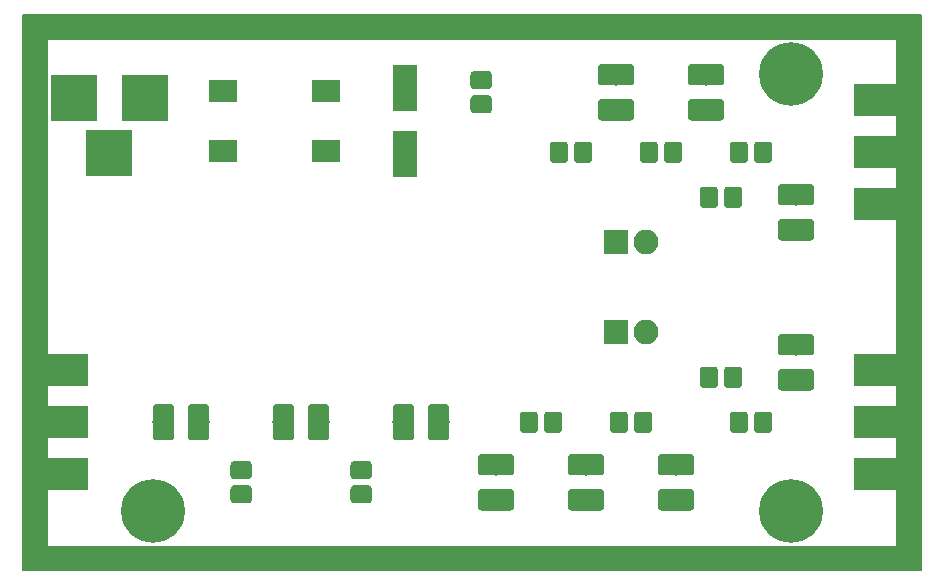
<source format=gts>
G04 #@! TF.GenerationSoftware,KiCad,Pcbnew,(6.0.0-rc1-dev)*
G04 #@! TF.CreationDate,2018-08-10T22:57:37+02:00*
G04 #@! TF.ProjectId,diplexer,6469706C657865722E6B696361645F70,rev?*
G04 #@! TF.SameCoordinates,PX7270e00PY29020c0*
G04 #@! TF.FileFunction,Soldermask,Top*
G04 #@! TF.FilePolarity,Negative*
%FSLAX46Y46*%
G04 Gerber Fmt 4.6, Leading zero omitted, Abs format (unit mm)*
G04 Created by KiCad (PCBNEW (6.0.0-rc1-dev)) date Fri Aug 10 22:57:37 2018*
%MOMM*%
%LPD*%
G01*
G04 APERTURE LIST*
%ADD10C,0.150000*%
%ADD11C,5.400000*%
%ADD12R,2.000000X3.900000*%
%ADD13C,0.100000*%
%ADD14C,1.550000*%
%ADD15C,1.825000*%
%ADD16R,3.900000X3.900000*%
%ADD17R,5.480000X2.690000*%
%ADD18R,5.480000X2.820000*%
%ADD19O,2.100000X2.100000*%
%ADD20R,2.100000X2.100000*%
%ADD21R,2.400000X1.900000*%
G04 APERTURE END LIST*
D10*
G36*
X76000000Y-47000000D02*
X74000000Y-47000000D01*
X74000000Y0D01*
X76000000Y0D01*
X76000000Y-47000000D01*
G37*
X76000000Y-47000000D02*
X74000000Y-47000000D01*
X74000000Y0D01*
X76000000Y0D01*
X76000000Y-47000000D01*
G36*
X0Y-47000000D02*
X76000000Y-47000000D01*
X76000000Y-45000000D01*
X0Y-45000000D01*
X0Y-47000000D01*
G37*
X0Y-47000000D02*
X76000000Y-47000000D01*
X76000000Y-45000000D01*
X0Y-45000000D01*
X0Y-47000000D01*
G36*
X0Y0D02*
X2000000Y0D01*
X2000000Y-47000000D01*
X0Y-47000000D01*
X0Y0D01*
G37*
X0Y0D02*
X2000000Y0D01*
X2000000Y-47000000D01*
X0Y-47000000D01*
X0Y0D01*
G36*
X0Y-2000000D02*
X76000000Y-2000000D01*
X76000000Y0D01*
X0Y0D01*
X0Y-2000000D01*
G37*
X0Y-2000000D02*
X76000000Y-2000000D01*
X76000000Y0D01*
X0Y0D01*
X0Y-2000000D01*
D11*
G04 #@! TO.C,REF\002A\002A*
X11000000Y-42000000D03*
G04 #@! TD*
G04 #@! TO.C,REF\002A\002A*
X65000000Y-5000000D03*
G04 #@! TD*
D12*
G04 #@! TO.C,C1*
X32270000Y-11800000D03*
X32270000Y-6200000D03*
G04 #@! TD*
D13*
G04 #@! TO.C,C2*
G36*
X47866071Y-10711623D02*
X47898781Y-10716475D01*
X47930857Y-10724509D01*
X47961991Y-10735649D01*
X47991884Y-10749787D01*
X48020247Y-10766787D01*
X48046807Y-10786485D01*
X48071308Y-10808692D01*
X48093515Y-10833193D01*
X48113213Y-10859753D01*
X48130213Y-10888116D01*
X48144351Y-10918009D01*
X48155491Y-10949143D01*
X48163525Y-10981219D01*
X48168377Y-11013929D01*
X48170000Y-11046956D01*
X48170000Y-12173044D01*
X48168377Y-12206071D01*
X48163525Y-12238781D01*
X48155491Y-12270857D01*
X48144351Y-12301991D01*
X48130213Y-12331884D01*
X48113213Y-12360247D01*
X48093515Y-12386807D01*
X48071308Y-12411308D01*
X48046807Y-12433515D01*
X48020247Y-12453213D01*
X47991884Y-12470213D01*
X47961991Y-12484351D01*
X47930857Y-12495491D01*
X47898781Y-12503525D01*
X47866071Y-12508377D01*
X47833044Y-12510000D01*
X46956956Y-12510000D01*
X46923929Y-12508377D01*
X46891219Y-12503525D01*
X46859143Y-12495491D01*
X46828009Y-12484351D01*
X46798116Y-12470213D01*
X46769753Y-12453213D01*
X46743193Y-12433515D01*
X46718692Y-12411308D01*
X46696485Y-12386807D01*
X46676787Y-12360247D01*
X46659787Y-12331884D01*
X46645649Y-12301991D01*
X46634509Y-12270857D01*
X46626475Y-12238781D01*
X46621623Y-12206071D01*
X46620000Y-12173044D01*
X46620000Y-11046956D01*
X46621623Y-11013929D01*
X46626475Y-10981219D01*
X46634509Y-10949143D01*
X46645649Y-10918009D01*
X46659787Y-10888116D01*
X46676787Y-10859753D01*
X46696485Y-10833193D01*
X46718692Y-10808692D01*
X46743193Y-10786485D01*
X46769753Y-10766787D01*
X46798116Y-10749787D01*
X46828009Y-10735649D01*
X46859143Y-10724509D01*
X46891219Y-10716475D01*
X46923929Y-10711623D01*
X46956956Y-10710000D01*
X47833044Y-10710000D01*
X47866071Y-10711623D01*
X47866071Y-10711623D01*
G37*
D14*
X47395000Y-11610000D03*
D13*
G36*
X45816071Y-10711623D02*
X45848781Y-10716475D01*
X45880857Y-10724509D01*
X45911991Y-10735649D01*
X45941884Y-10749787D01*
X45970247Y-10766787D01*
X45996807Y-10786485D01*
X46021308Y-10808692D01*
X46043515Y-10833193D01*
X46063213Y-10859753D01*
X46080213Y-10888116D01*
X46094351Y-10918009D01*
X46105491Y-10949143D01*
X46113525Y-10981219D01*
X46118377Y-11013929D01*
X46120000Y-11046956D01*
X46120000Y-12173044D01*
X46118377Y-12206071D01*
X46113525Y-12238781D01*
X46105491Y-12270857D01*
X46094351Y-12301991D01*
X46080213Y-12331884D01*
X46063213Y-12360247D01*
X46043515Y-12386807D01*
X46021308Y-12411308D01*
X45996807Y-12433515D01*
X45970247Y-12453213D01*
X45941884Y-12470213D01*
X45911991Y-12484351D01*
X45880857Y-12495491D01*
X45848781Y-12503525D01*
X45816071Y-12508377D01*
X45783044Y-12510000D01*
X44906956Y-12510000D01*
X44873929Y-12508377D01*
X44841219Y-12503525D01*
X44809143Y-12495491D01*
X44778009Y-12484351D01*
X44748116Y-12470213D01*
X44719753Y-12453213D01*
X44693193Y-12433515D01*
X44668692Y-12411308D01*
X44646485Y-12386807D01*
X44626787Y-12360247D01*
X44609787Y-12331884D01*
X44595649Y-12301991D01*
X44584509Y-12270857D01*
X44576475Y-12238781D01*
X44571623Y-12206071D01*
X44570000Y-12173044D01*
X44570000Y-11046956D01*
X44571623Y-11013929D01*
X44576475Y-10981219D01*
X44584509Y-10949143D01*
X44595649Y-10918009D01*
X44609787Y-10888116D01*
X44626787Y-10859753D01*
X44646485Y-10833193D01*
X44668692Y-10808692D01*
X44693193Y-10786485D01*
X44719753Y-10766787D01*
X44748116Y-10749787D01*
X44778009Y-10735649D01*
X44809143Y-10724509D01*
X44841219Y-10716475D01*
X44873929Y-10711623D01*
X44906956Y-10710000D01*
X45783044Y-10710000D01*
X45816071Y-10711623D01*
X45816071Y-10711623D01*
G37*
D14*
X45345000Y-11610000D03*
G04 #@! TD*
D13*
G04 #@! TO.C,C3*
G36*
X39346071Y-4731623D02*
X39378781Y-4736475D01*
X39410857Y-4744509D01*
X39441991Y-4755649D01*
X39471884Y-4769787D01*
X39500247Y-4786787D01*
X39526807Y-4806485D01*
X39551308Y-4828692D01*
X39573515Y-4853193D01*
X39593213Y-4879753D01*
X39610213Y-4908116D01*
X39624351Y-4938009D01*
X39635491Y-4969143D01*
X39643525Y-5001219D01*
X39648377Y-5033929D01*
X39650000Y-5066956D01*
X39650000Y-5943044D01*
X39648377Y-5976071D01*
X39643525Y-6008781D01*
X39635491Y-6040857D01*
X39624351Y-6071991D01*
X39610213Y-6101884D01*
X39593213Y-6130247D01*
X39573515Y-6156807D01*
X39551308Y-6181308D01*
X39526807Y-6203515D01*
X39500247Y-6223213D01*
X39471884Y-6240213D01*
X39441991Y-6254351D01*
X39410857Y-6265491D01*
X39378781Y-6273525D01*
X39346071Y-6278377D01*
X39313044Y-6280000D01*
X38186956Y-6280000D01*
X38153929Y-6278377D01*
X38121219Y-6273525D01*
X38089143Y-6265491D01*
X38058009Y-6254351D01*
X38028116Y-6240213D01*
X37999753Y-6223213D01*
X37973193Y-6203515D01*
X37948692Y-6181308D01*
X37926485Y-6156807D01*
X37906787Y-6130247D01*
X37889787Y-6101884D01*
X37875649Y-6071991D01*
X37864509Y-6040857D01*
X37856475Y-6008781D01*
X37851623Y-5976071D01*
X37850000Y-5943044D01*
X37850000Y-5066956D01*
X37851623Y-5033929D01*
X37856475Y-5001219D01*
X37864509Y-4969143D01*
X37875649Y-4938009D01*
X37889787Y-4908116D01*
X37906787Y-4879753D01*
X37926485Y-4853193D01*
X37948692Y-4828692D01*
X37973193Y-4806485D01*
X37999753Y-4786787D01*
X38028116Y-4769787D01*
X38058009Y-4755649D01*
X38089143Y-4744509D01*
X38121219Y-4736475D01*
X38153929Y-4731623D01*
X38186956Y-4730000D01*
X39313044Y-4730000D01*
X39346071Y-4731623D01*
X39346071Y-4731623D01*
G37*
D14*
X38750000Y-5505000D03*
D13*
G36*
X39346071Y-6781623D02*
X39378781Y-6786475D01*
X39410857Y-6794509D01*
X39441991Y-6805649D01*
X39471884Y-6819787D01*
X39500247Y-6836787D01*
X39526807Y-6856485D01*
X39551308Y-6878692D01*
X39573515Y-6903193D01*
X39593213Y-6929753D01*
X39610213Y-6958116D01*
X39624351Y-6988009D01*
X39635491Y-7019143D01*
X39643525Y-7051219D01*
X39648377Y-7083929D01*
X39650000Y-7116956D01*
X39650000Y-7993044D01*
X39648377Y-8026071D01*
X39643525Y-8058781D01*
X39635491Y-8090857D01*
X39624351Y-8121991D01*
X39610213Y-8151884D01*
X39593213Y-8180247D01*
X39573515Y-8206807D01*
X39551308Y-8231308D01*
X39526807Y-8253515D01*
X39500247Y-8273213D01*
X39471884Y-8290213D01*
X39441991Y-8304351D01*
X39410857Y-8315491D01*
X39378781Y-8323525D01*
X39346071Y-8328377D01*
X39313044Y-8330000D01*
X38186956Y-8330000D01*
X38153929Y-8328377D01*
X38121219Y-8323525D01*
X38089143Y-8315491D01*
X38058009Y-8304351D01*
X38028116Y-8290213D01*
X37999753Y-8273213D01*
X37973193Y-8253515D01*
X37948692Y-8231308D01*
X37926485Y-8206807D01*
X37906787Y-8180247D01*
X37889787Y-8151884D01*
X37875649Y-8121991D01*
X37864509Y-8090857D01*
X37856475Y-8058781D01*
X37851623Y-8026071D01*
X37850000Y-7993044D01*
X37850000Y-7116956D01*
X37851623Y-7083929D01*
X37856475Y-7051219D01*
X37864509Y-7019143D01*
X37875649Y-6988009D01*
X37889787Y-6958116D01*
X37906787Y-6929753D01*
X37926485Y-6903193D01*
X37948692Y-6878692D01*
X37973193Y-6856485D01*
X37999753Y-6836787D01*
X38028116Y-6819787D01*
X38058009Y-6805649D01*
X38089143Y-6794509D01*
X38121219Y-6786475D01*
X38153929Y-6781623D01*
X38186956Y-6780000D01*
X39313044Y-6780000D01*
X39346071Y-6781623D01*
X39346071Y-6781623D01*
G37*
D14*
X38750000Y-7555000D03*
G04 #@! TD*
D13*
G04 #@! TO.C,C4*
G36*
X19026071Y-37751623D02*
X19058781Y-37756475D01*
X19090857Y-37764509D01*
X19121991Y-37775649D01*
X19151884Y-37789787D01*
X19180247Y-37806787D01*
X19206807Y-37826485D01*
X19231308Y-37848692D01*
X19253515Y-37873193D01*
X19273213Y-37899753D01*
X19290213Y-37928116D01*
X19304351Y-37958009D01*
X19315491Y-37989143D01*
X19323525Y-38021219D01*
X19328377Y-38053929D01*
X19330000Y-38086956D01*
X19330000Y-38963044D01*
X19328377Y-38996071D01*
X19323525Y-39028781D01*
X19315491Y-39060857D01*
X19304351Y-39091991D01*
X19290213Y-39121884D01*
X19273213Y-39150247D01*
X19253515Y-39176807D01*
X19231308Y-39201308D01*
X19206807Y-39223515D01*
X19180247Y-39243213D01*
X19151884Y-39260213D01*
X19121991Y-39274351D01*
X19090857Y-39285491D01*
X19058781Y-39293525D01*
X19026071Y-39298377D01*
X18993044Y-39300000D01*
X17866956Y-39300000D01*
X17833929Y-39298377D01*
X17801219Y-39293525D01*
X17769143Y-39285491D01*
X17738009Y-39274351D01*
X17708116Y-39260213D01*
X17679753Y-39243213D01*
X17653193Y-39223515D01*
X17628692Y-39201308D01*
X17606485Y-39176807D01*
X17586787Y-39150247D01*
X17569787Y-39121884D01*
X17555649Y-39091991D01*
X17544509Y-39060857D01*
X17536475Y-39028781D01*
X17531623Y-38996071D01*
X17530000Y-38963044D01*
X17530000Y-38086956D01*
X17531623Y-38053929D01*
X17536475Y-38021219D01*
X17544509Y-37989143D01*
X17555649Y-37958009D01*
X17569787Y-37928116D01*
X17586787Y-37899753D01*
X17606485Y-37873193D01*
X17628692Y-37848692D01*
X17653193Y-37826485D01*
X17679753Y-37806787D01*
X17708116Y-37789787D01*
X17738009Y-37775649D01*
X17769143Y-37764509D01*
X17801219Y-37756475D01*
X17833929Y-37751623D01*
X17866956Y-37750000D01*
X18993044Y-37750000D01*
X19026071Y-37751623D01*
X19026071Y-37751623D01*
G37*
D14*
X18430000Y-38525000D03*
D13*
G36*
X19026071Y-39801623D02*
X19058781Y-39806475D01*
X19090857Y-39814509D01*
X19121991Y-39825649D01*
X19151884Y-39839787D01*
X19180247Y-39856787D01*
X19206807Y-39876485D01*
X19231308Y-39898692D01*
X19253515Y-39923193D01*
X19273213Y-39949753D01*
X19290213Y-39978116D01*
X19304351Y-40008009D01*
X19315491Y-40039143D01*
X19323525Y-40071219D01*
X19328377Y-40103929D01*
X19330000Y-40136956D01*
X19330000Y-41013044D01*
X19328377Y-41046071D01*
X19323525Y-41078781D01*
X19315491Y-41110857D01*
X19304351Y-41141991D01*
X19290213Y-41171884D01*
X19273213Y-41200247D01*
X19253515Y-41226807D01*
X19231308Y-41251308D01*
X19206807Y-41273515D01*
X19180247Y-41293213D01*
X19151884Y-41310213D01*
X19121991Y-41324351D01*
X19090857Y-41335491D01*
X19058781Y-41343525D01*
X19026071Y-41348377D01*
X18993044Y-41350000D01*
X17866956Y-41350000D01*
X17833929Y-41348377D01*
X17801219Y-41343525D01*
X17769143Y-41335491D01*
X17738009Y-41324351D01*
X17708116Y-41310213D01*
X17679753Y-41293213D01*
X17653193Y-41273515D01*
X17628692Y-41251308D01*
X17606485Y-41226807D01*
X17586787Y-41200247D01*
X17569787Y-41171884D01*
X17555649Y-41141991D01*
X17544509Y-41110857D01*
X17536475Y-41078781D01*
X17531623Y-41046071D01*
X17530000Y-41013044D01*
X17530000Y-40136956D01*
X17531623Y-40103929D01*
X17536475Y-40071219D01*
X17544509Y-40039143D01*
X17555649Y-40008009D01*
X17569787Y-39978116D01*
X17586787Y-39949753D01*
X17606485Y-39923193D01*
X17628692Y-39898692D01*
X17653193Y-39876485D01*
X17679753Y-39856787D01*
X17708116Y-39839787D01*
X17738009Y-39825649D01*
X17769143Y-39814509D01*
X17801219Y-39806475D01*
X17833929Y-39801623D01*
X17866956Y-39800000D01*
X18993044Y-39800000D01*
X19026071Y-39801623D01*
X19026071Y-39801623D01*
G37*
D14*
X18430000Y-40575000D03*
G04 #@! TD*
D13*
G04 #@! TO.C,C5*
G36*
X53436071Y-10711623D02*
X53468781Y-10716475D01*
X53500857Y-10724509D01*
X53531991Y-10735649D01*
X53561884Y-10749787D01*
X53590247Y-10766787D01*
X53616807Y-10786485D01*
X53641308Y-10808692D01*
X53663515Y-10833193D01*
X53683213Y-10859753D01*
X53700213Y-10888116D01*
X53714351Y-10918009D01*
X53725491Y-10949143D01*
X53733525Y-10981219D01*
X53738377Y-11013929D01*
X53740000Y-11046956D01*
X53740000Y-12173044D01*
X53738377Y-12206071D01*
X53733525Y-12238781D01*
X53725491Y-12270857D01*
X53714351Y-12301991D01*
X53700213Y-12331884D01*
X53683213Y-12360247D01*
X53663515Y-12386807D01*
X53641308Y-12411308D01*
X53616807Y-12433515D01*
X53590247Y-12453213D01*
X53561884Y-12470213D01*
X53531991Y-12484351D01*
X53500857Y-12495491D01*
X53468781Y-12503525D01*
X53436071Y-12508377D01*
X53403044Y-12510000D01*
X52526956Y-12510000D01*
X52493929Y-12508377D01*
X52461219Y-12503525D01*
X52429143Y-12495491D01*
X52398009Y-12484351D01*
X52368116Y-12470213D01*
X52339753Y-12453213D01*
X52313193Y-12433515D01*
X52288692Y-12411308D01*
X52266485Y-12386807D01*
X52246787Y-12360247D01*
X52229787Y-12331884D01*
X52215649Y-12301991D01*
X52204509Y-12270857D01*
X52196475Y-12238781D01*
X52191623Y-12206071D01*
X52190000Y-12173044D01*
X52190000Y-11046956D01*
X52191623Y-11013929D01*
X52196475Y-10981219D01*
X52204509Y-10949143D01*
X52215649Y-10918009D01*
X52229787Y-10888116D01*
X52246787Y-10859753D01*
X52266485Y-10833193D01*
X52288692Y-10808692D01*
X52313193Y-10786485D01*
X52339753Y-10766787D01*
X52368116Y-10749787D01*
X52398009Y-10735649D01*
X52429143Y-10724509D01*
X52461219Y-10716475D01*
X52493929Y-10711623D01*
X52526956Y-10710000D01*
X53403044Y-10710000D01*
X53436071Y-10711623D01*
X53436071Y-10711623D01*
G37*
D14*
X52965000Y-11610000D03*
D13*
G36*
X55486071Y-10711623D02*
X55518781Y-10716475D01*
X55550857Y-10724509D01*
X55581991Y-10735649D01*
X55611884Y-10749787D01*
X55640247Y-10766787D01*
X55666807Y-10786485D01*
X55691308Y-10808692D01*
X55713515Y-10833193D01*
X55733213Y-10859753D01*
X55750213Y-10888116D01*
X55764351Y-10918009D01*
X55775491Y-10949143D01*
X55783525Y-10981219D01*
X55788377Y-11013929D01*
X55790000Y-11046956D01*
X55790000Y-12173044D01*
X55788377Y-12206071D01*
X55783525Y-12238781D01*
X55775491Y-12270857D01*
X55764351Y-12301991D01*
X55750213Y-12331884D01*
X55733213Y-12360247D01*
X55713515Y-12386807D01*
X55691308Y-12411308D01*
X55666807Y-12433515D01*
X55640247Y-12453213D01*
X55611884Y-12470213D01*
X55581991Y-12484351D01*
X55550857Y-12495491D01*
X55518781Y-12503525D01*
X55486071Y-12508377D01*
X55453044Y-12510000D01*
X54576956Y-12510000D01*
X54543929Y-12508377D01*
X54511219Y-12503525D01*
X54479143Y-12495491D01*
X54448009Y-12484351D01*
X54418116Y-12470213D01*
X54389753Y-12453213D01*
X54363193Y-12433515D01*
X54338692Y-12411308D01*
X54316485Y-12386807D01*
X54296787Y-12360247D01*
X54279787Y-12331884D01*
X54265649Y-12301991D01*
X54254509Y-12270857D01*
X54246475Y-12238781D01*
X54241623Y-12206071D01*
X54240000Y-12173044D01*
X54240000Y-11046956D01*
X54241623Y-11013929D01*
X54246475Y-10981219D01*
X54254509Y-10949143D01*
X54265649Y-10918009D01*
X54279787Y-10888116D01*
X54296787Y-10859753D01*
X54316485Y-10833193D01*
X54338692Y-10808692D01*
X54363193Y-10786485D01*
X54389753Y-10766787D01*
X54418116Y-10749787D01*
X54448009Y-10735649D01*
X54479143Y-10724509D01*
X54511219Y-10716475D01*
X54543929Y-10711623D01*
X54576956Y-10710000D01*
X55453044Y-10710000D01*
X55486071Y-10711623D01*
X55486071Y-10711623D01*
G37*
D14*
X55015000Y-11610000D03*
G04 #@! TD*
D13*
G04 #@! TO.C,C6*
G36*
X63106071Y-10711623D02*
X63138781Y-10716475D01*
X63170857Y-10724509D01*
X63201991Y-10735649D01*
X63231884Y-10749787D01*
X63260247Y-10766787D01*
X63286807Y-10786485D01*
X63311308Y-10808692D01*
X63333515Y-10833193D01*
X63353213Y-10859753D01*
X63370213Y-10888116D01*
X63384351Y-10918009D01*
X63395491Y-10949143D01*
X63403525Y-10981219D01*
X63408377Y-11013929D01*
X63410000Y-11046956D01*
X63410000Y-12173044D01*
X63408377Y-12206071D01*
X63403525Y-12238781D01*
X63395491Y-12270857D01*
X63384351Y-12301991D01*
X63370213Y-12331884D01*
X63353213Y-12360247D01*
X63333515Y-12386807D01*
X63311308Y-12411308D01*
X63286807Y-12433515D01*
X63260247Y-12453213D01*
X63231884Y-12470213D01*
X63201991Y-12484351D01*
X63170857Y-12495491D01*
X63138781Y-12503525D01*
X63106071Y-12508377D01*
X63073044Y-12510000D01*
X62196956Y-12510000D01*
X62163929Y-12508377D01*
X62131219Y-12503525D01*
X62099143Y-12495491D01*
X62068009Y-12484351D01*
X62038116Y-12470213D01*
X62009753Y-12453213D01*
X61983193Y-12433515D01*
X61958692Y-12411308D01*
X61936485Y-12386807D01*
X61916787Y-12360247D01*
X61899787Y-12331884D01*
X61885649Y-12301991D01*
X61874509Y-12270857D01*
X61866475Y-12238781D01*
X61861623Y-12206071D01*
X61860000Y-12173044D01*
X61860000Y-11046956D01*
X61861623Y-11013929D01*
X61866475Y-10981219D01*
X61874509Y-10949143D01*
X61885649Y-10918009D01*
X61899787Y-10888116D01*
X61916787Y-10859753D01*
X61936485Y-10833193D01*
X61958692Y-10808692D01*
X61983193Y-10786485D01*
X62009753Y-10766787D01*
X62038116Y-10749787D01*
X62068009Y-10735649D01*
X62099143Y-10724509D01*
X62131219Y-10716475D01*
X62163929Y-10711623D01*
X62196956Y-10710000D01*
X63073044Y-10710000D01*
X63106071Y-10711623D01*
X63106071Y-10711623D01*
G37*
D14*
X62635000Y-11610000D03*
D13*
G36*
X61056071Y-10711623D02*
X61088781Y-10716475D01*
X61120857Y-10724509D01*
X61151991Y-10735649D01*
X61181884Y-10749787D01*
X61210247Y-10766787D01*
X61236807Y-10786485D01*
X61261308Y-10808692D01*
X61283515Y-10833193D01*
X61303213Y-10859753D01*
X61320213Y-10888116D01*
X61334351Y-10918009D01*
X61345491Y-10949143D01*
X61353525Y-10981219D01*
X61358377Y-11013929D01*
X61360000Y-11046956D01*
X61360000Y-12173044D01*
X61358377Y-12206071D01*
X61353525Y-12238781D01*
X61345491Y-12270857D01*
X61334351Y-12301991D01*
X61320213Y-12331884D01*
X61303213Y-12360247D01*
X61283515Y-12386807D01*
X61261308Y-12411308D01*
X61236807Y-12433515D01*
X61210247Y-12453213D01*
X61181884Y-12470213D01*
X61151991Y-12484351D01*
X61120857Y-12495491D01*
X61088781Y-12503525D01*
X61056071Y-12508377D01*
X61023044Y-12510000D01*
X60146956Y-12510000D01*
X60113929Y-12508377D01*
X60081219Y-12503525D01*
X60049143Y-12495491D01*
X60018009Y-12484351D01*
X59988116Y-12470213D01*
X59959753Y-12453213D01*
X59933193Y-12433515D01*
X59908692Y-12411308D01*
X59886485Y-12386807D01*
X59866787Y-12360247D01*
X59849787Y-12331884D01*
X59835649Y-12301991D01*
X59824509Y-12270857D01*
X59816475Y-12238781D01*
X59811623Y-12206071D01*
X59810000Y-12173044D01*
X59810000Y-11046956D01*
X59811623Y-11013929D01*
X59816475Y-10981219D01*
X59824509Y-10949143D01*
X59835649Y-10918009D01*
X59849787Y-10888116D01*
X59866787Y-10859753D01*
X59886485Y-10833193D01*
X59908692Y-10808692D01*
X59933193Y-10786485D01*
X59959753Y-10766787D01*
X59988116Y-10749787D01*
X60018009Y-10735649D01*
X60049143Y-10724509D01*
X60081219Y-10716475D01*
X60113929Y-10711623D01*
X60146956Y-10710000D01*
X61023044Y-10710000D01*
X61056071Y-10711623D01*
X61056071Y-10711623D01*
G37*
D14*
X60585000Y-11610000D03*
G04 #@! TD*
D13*
G04 #@! TO.C,C7*
G36*
X29186071Y-39801623D02*
X29218781Y-39806475D01*
X29250857Y-39814509D01*
X29281991Y-39825649D01*
X29311884Y-39839787D01*
X29340247Y-39856787D01*
X29366807Y-39876485D01*
X29391308Y-39898692D01*
X29413515Y-39923193D01*
X29433213Y-39949753D01*
X29450213Y-39978116D01*
X29464351Y-40008009D01*
X29475491Y-40039143D01*
X29483525Y-40071219D01*
X29488377Y-40103929D01*
X29490000Y-40136956D01*
X29490000Y-41013044D01*
X29488377Y-41046071D01*
X29483525Y-41078781D01*
X29475491Y-41110857D01*
X29464351Y-41141991D01*
X29450213Y-41171884D01*
X29433213Y-41200247D01*
X29413515Y-41226807D01*
X29391308Y-41251308D01*
X29366807Y-41273515D01*
X29340247Y-41293213D01*
X29311884Y-41310213D01*
X29281991Y-41324351D01*
X29250857Y-41335491D01*
X29218781Y-41343525D01*
X29186071Y-41348377D01*
X29153044Y-41350000D01*
X28026956Y-41350000D01*
X27993929Y-41348377D01*
X27961219Y-41343525D01*
X27929143Y-41335491D01*
X27898009Y-41324351D01*
X27868116Y-41310213D01*
X27839753Y-41293213D01*
X27813193Y-41273515D01*
X27788692Y-41251308D01*
X27766485Y-41226807D01*
X27746787Y-41200247D01*
X27729787Y-41171884D01*
X27715649Y-41141991D01*
X27704509Y-41110857D01*
X27696475Y-41078781D01*
X27691623Y-41046071D01*
X27690000Y-41013044D01*
X27690000Y-40136956D01*
X27691623Y-40103929D01*
X27696475Y-40071219D01*
X27704509Y-40039143D01*
X27715649Y-40008009D01*
X27729787Y-39978116D01*
X27746787Y-39949753D01*
X27766485Y-39923193D01*
X27788692Y-39898692D01*
X27813193Y-39876485D01*
X27839753Y-39856787D01*
X27868116Y-39839787D01*
X27898009Y-39825649D01*
X27929143Y-39814509D01*
X27961219Y-39806475D01*
X27993929Y-39801623D01*
X28026956Y-39800000D01*
X29153044Y-39800000D01*
X29186071Y-39801623D01*
X29186071Y-39801623D01*
G37*
D14*
X28590000Y-40575000D03*
D13*
G36*
X29186071Y-37751623D02*
X29218781Y-37756475D01*
X29250857Y-37764509D01*
X29281991Y-37775649D01*
X29311884Y-37789787D01*
X29340247Y-37806787D01*
X29366807Y-37826485D01*
X29391308Y-37848692D01*
X29413515Y-37873193D01*
X29433213Y-37899753D01*
X29450213Y-37928116D01*
X29464351Y-37958009D01*
X29475491Y-37989143D01*
X29483525Y-38021219D01*
X29488377Y-38053929D01*
X29490000Y-38086956D01*
X29490000Y-38963044D01*
X29488377Y-38996071D01*
X29483525Y-39028781D01*
X29475491Y-39060857D01*
X29464351Y-39091991D01*
X29450213Y-39121884D01*
X29433213Y-39150247D01*
X29413515Y-39176807D01*
X29391308Y-39201308D01*
X29366807Y-39223515D01*
X29340247Y-39243213D01*
X29311884Y-39260213D01*
X29281991Y-39274351D01*
X29250857Y-39285491D01*
X29218781Y-39293525D01*
X29186071Y-39298377D01*
X29153044Y-39300000D01*
X28026956Y-39300000D01*
X27993929Y-39298377D01*
X27961219Y-39293525D01*
X27929143Y-39285491D01*
X27898009Y-39274351D01*
X27868116Y-39260213D01*
X27839753Y-39243213D01*
X27813193Y-39223515D01*
X27788692Y-39201308D01*
X27766485Y-39176807D01*
X27746787Y-39150247D01*
X27729787Y-39121884D01*
X27715649Y-39091991D01*
X27704509Y-39060857D01*
X27696475Y-39028781D01*
X27691623Y-38996071D01*
X27690000Y-38963044D01*
X27690000Y-38086956D01*
X27691623Y-38053929D01*
X27696475Y-38021219D01*
X27704509Y-37989143D01*
X27715649Y-37958009D01*
X27729787Y-37928116D01*
X27746787Y-37899753D01*
X27766485Y-37873193D01*
X27788692Y-37848692D01*
X27813193Y-37826485D01*
X27839753Y-37806787D01*
X27868116Y-37789787D01*
X27898009Y-37775649D01*
X27929143Y-37764509D01*
X27961219Y-37756475D01*
X27993929Y-37751623D01*
X28026956Y-37750000D01*
X29153044Y-37750000D01*
X29186071Y-37751623D01*
X29186071Y-37751623D01*
G37*
D14*
X28590000Y-38525000D03*
G04 #@! TD*
D13*
G04 #@! TO.C,C8*
G36*
X60566071Y-14521623D02*
X60598781Y-14526475D01*
X60630857Y-14534509D01*
X60661991Y-14545649D01*
X60691884Y-14559787D01*
X60720247Y-14576787D01*
X60746807Y-14596485D01*
X60771308Y-14618692D01*
X60793515Y-14643193D01*
X60813213Y-14669753D01*
X60830213Y-14698116D01*
X60844351Y-14728009D01*
X60855491Y-14759143D01*
X60863525Y-14791219D01*
X60868377Y-14823929D01*
X60870000Y-14856956D01*
X60870000Y-15983044D01*
X60868377Y-16016071D01*
X60863525Y-16048781D01*
X60855491Y-16080857D01*
X60844351Y-16111991D01*
X60830213Y-16141884D01*
X60813213Y-16170247D01*
X60793515Y-16196807D01*
X60771308Y-16221308D01*
X60746807Y-16243515D01*
X60720247Y-16263213D01*
X60691884Y-16280213D01*
X60661991Y-16294351D01*
X60630857Y-16305491D01*
X60598781Y-16313525D01*
X60566071Y-16318377D01*
X60533044Y-16320000D01*
X59656956Y-16320000D01*
X59623929Y-16318377D01*
X59591219Y-16313525D01*
X59559143Y-16305491D01*
X59528009Y-16294351D01*
X59498116Y-16280213D01*
X59469753Y-16263213D01*
X59443193Y-16243515D01*
X59418692Y-16221308D01*
X59396485Y-16196807D01*
X59376787Y-16170247D01*
X59359787Y-16141884D01*
X59345649Y-16111991D01*
X59334509Y-16080857D01*
X59326475Y-16048781D01*
X59321623Y-16016071D01*
X59320000Y-15983044D01*
X59320000Y-14856956D01*
X59321623Y-14823929D01*
X59326475Y-14791219D01*
X59334509Y-14759143D01*
X59345649Y-14728009D01*
X59359787Y-14698116D01*
X59376787Y-14669753D01*
X59396485Y-14643193D01*
X59418692Y-14618692D01*
X59443193Y-14596485D01*
X59469753Y-14576787D01*
X59498116Y-14559787D01*
X59528009Y-14545649D01*
X59559143Y-14534509D01*
X59591219Y-14526475D01*
X59623929Y-14521623D01*
X59656956Y-14520000D01*
X60533044Y-14520000D01*
X60566071Y-14521623D01*
X60566071Y-14521623D01*
G37*
D14*
X60095000Y-15420000D03*
D13*
G36*
X58516071Y-14521623D02*
X58548781Y-14526475D01*
X58580857Y-14534509D01*
X58611991Y-14545649D01*
X58641884Y-14559787D01*
X58670247Y-14576787D01*
X58696807Y-14596485D01*
X58721308Y-14618692D01*
X58743515Y-14643193D01*
X58763213Y-14669753D01*
X58780213Y-14698116D01*
X58794351Y-14728009D01*
X58805491Y-14759143D01*
X58813525Y-14791219D01*
X58818377Y-14823929D01*
X58820000Y-14856956D01*
X58820000Y-15983044D01*
X58818377Y-16016071D01*
X58813525Y-16048781D01*
X58805491Y-16080857D01*
X58794351Y-16111991D01*
X58780213Y-16141884D01*
X58763213Y-16170247D01*
X58743515Y-16196807D01*
X58721308Y-16221308D01*
X58696807Y-16243515D01*
X58670247Y-16263213D01*
X58641884Y-16280213D01*
X58611991Y-16294351D01*
X58580857Y-16305491D01*
X58548781Y-16313525D01*
X58516071Y-16318377D01*
X58483044Y-16320000D01*
X57606956Y-16320000D01*
X57573929Y-16318377D01*
X57541219Y-16313525D01*
X57509143Y-16305491D01*
X57478009Y-16294351D01*
X57448116Y-16280213D01*
X57419753Y-16263213D01*
X57393193Y-16243515D01*
X57368692Y-16221308D01*
X57346485Y-16196807D01*
X57326787Y-16170247D01*
X57309787Y-16141884D01*
X57295649Y-16111991D01*
X57284509Y-16080857D01*
X57276475Y-16048781D01*
X57271623Y-16016071D01*
X57270000Y-15983044D01*
X57270000Y-14856956D01*
X57271623Y-14823929D01*
X57276475Y-14791219D01*
X57284509Y-14759143D01*
X57295649Y-14728009D01*
X57309787Y-14698116D01*
X57326787Y-14669753D01*
X57346485Y-14643193D01*
X57368692Y-14618692D01*
X57393193Y-14596485D01*
X57419753Y-14576787D01*
X57448116Y-14559787D01*
X57478009Y-14545649D01*
X57509143Y-14534509D01*
X57541219Y-14526475D01*
X57573929Y-14521623D01*
X57606956Y-14520000D01*
X58483044Y-14520000D01*
X58516071Y-14521623D01*
X58516071Y-14521623D01*
G37*
D14*
X58045000Y-15420000D03*
G04 #@! TD*
D13*
G04 #@! TO.C,C9*
G36*
X43276071Y-33571623D02*
X43308781Y-33576475D01*
X43340857Y-33584509D01*
X43371991Y-33595649D01*
X43401884Y-33609787D01*
X43430247Y-33626787D01*
X43456807Y-33646485D01*
X43481308Y-33668692D01*
X43503515Y-33693193D01*
X43523213Y-33719753D01*
X43540213Y-33748116D01*
X43554351Y-33778009D01*
X43565491Y-33809143D01*
X43573525Y-33841219D01*
X43578377Y-33873929D01*
X43580000Y-33906956D01*
X43580000Y-35033044D01*
X43578377Y-35066071D01*
X43573525Y-35098781D01*
X43565491Y-35130857D01*
X43554351Y-35161991D01*
X43540213Y-35191884D01*
X43523213Y-35220247D01*
X43503515Y-35246807D01*
X43481308Y-35271308D01*
X43456807Y-35293515D01*
X43430247Y-35313213D01*
X43401884Y-35330213D01*
X43371991Y-35344351D01*
X43340857Y-35355491D01*
X43308781Y-35363525D01*
X43276071Y-35368377D01*
X43243044Y-35370000D01*
X42366956Y-35370000D01*
X42333929Y-35368377D01*
X42301219Y-35363525D01*
X42269143Y-35355491D01*
X42238009Y-35344351D01*
X42208116Y-35330213D01*
X42179753Y-35313213D01*
X42153193Y-35293515D01*
X42128692Y-35271308D01*
X42106485Y-35246807D01*
X42086787Y-35220247D01*
X42069787Y-35191884D01*
X42055649Y-35161991D01*
X42044509Y-35130857D01*
X42036475Y-35098781D01*
X42031623Y-35066071D01*
X42030000Y-35033044D01*
X42030000Y-33906956D01*
X42031623Y-33873929D01*
X42036475Y-33841219D01*
X42044509Y-33809143D01*
X42055649Y-33778009D01*
X42069787Y-33748116D01*
X42086787Y-33719753D01*
X42106485Y-33693193D01*
X42128692Y-33668692D01*
X42153193Y-33646485D01*
X42179753Y-33626787D01*
X42208116Y-33609787D01*
X42238009Y-33595649D01*
X42269143Y-33584509D01*
X42301219Y-33576475D01*
X42333929Y-33571623D01*
X42366956Y-33570000D01*
X43243044Y-33570000D01*
X43276071Y-33571623D01*
X43276071Y-33571623D01*
G37*
D14*
X42805000Y-34470000D03*
D13*
G36*
X45326071Y-33571623D02*
X45358781Y-33576475D01*
X45390857Y-33584509D01*
X45421991Y-33595649D01*
X45451884Y-33609787D01*
X45480247Y-33626787D01*
X45506807Y-33646485D01*
X45531308Y-33668692D01*
X45553515Y-33693193D01*
X45573213Y-33719753D01*
X45590213Y-33748116D01*
X45604351Y-33778009D01*
X45615491Y-33809143D01*
X45623525Y-33841219D01*
X45628377Y-33873929D01*
X45630000Y-33906956D01*
X45630000Y-35033044D01*
X45628377Y-35066071D01*
X45623525Y-35098781D01*
X45615491Y-35130857D01*
X45604351Y-35161991D01*
X45590213Y-35191884D01*
X45573213Y-35220247D01*
X45553515Y-35246807D01*
X45531308Y-35271308D01*
X45506807Y-35293515D01*
X45480247Y-35313213D01*
X45451884Y-35330213D01*
X45421991Y-35344351D01*
X45390857Y-35355491D01*
X45358781Y-35363525D01*
X45326071Y-35368377D01*
X45293044Y-35370000D01*
X44416956Y-35370000D01*
X44383929Y-35368377D01*
X44351219Y-35363525D01*
X44319143Y-35355491D01*
X44288009Y-35344351D01*
X44258116Y-35330213D01*
X44229753Y-35313213D01*
X44203193Y-35293515D01*
X44178692Y-35271308D01*
X44156485Y-35246807D01*
X44136787Y-35220247D01*
X44119787Y-35191884D01*
X44105649Y-35161991D01*
X44094509Y-35130857D01*
X44086475Y-35098781D01*
X44081623Y-35066071D01*
X44080000Y-35033044D01*
X44080000Y-33906956D01*
X44081623Y-33873929D01*
X44086475Y-33841219D01*
X44094509Y-33809143D01*
X44105649Y-33778009D01*
X44119787Y-33748116D01*
X44136787Y-33719753D01*
X44156485Y-33693193D01*
X44178692Y-33668692D01*
X44203193Y-33646485D01*
X44229753Y-33626787D01*
X44258116Y-33609787D01*
X44288009Y-33595649D01*
X44319143Y-33584509D01*
X44351219Y-33576475D01*
X44383929Y-33571623D01*
X44416956Y-33570000D01*
X45293044Y-33570000D01*
X45326071Y-33571623D01*
X45326071Y-33571623D01*
G37*
D14*
X44855000Y-34470000D03*
G04 #@! TD*
D13*
G04 #@! TO.C,C10*
G36*
X52946071Y-33571623D02*
X52978781Y-33576475D01*
X53010857Y-33584509D01*
X53041991Y-33595649D01*
X53071884Y-33609787D01*
X53100247Y-33626787D01*
X53126807Y-33646485D01*
X53151308Y-33668692D01*
X53173515Y-33693193D01*
X53193213Y-33719753D01*
X53210213Y-33748116D01*
X53224351Y-33778009D01*
X53235491Y-33809143D01*
X53243525Y-33841219D01*
X53248377Y-33873929D01*
X53250000Y-33906956D01*
X53250000Y-35033044D01*
X53248377Y-35066071D01*
X53243525Y-35098781D01*
X53235491Y-35130857D01*
X53224351Y-35161991D01*
X53210213Y-35191884D01*
X53193213Y-35220247D01*
X53173515Y-35246807D01*
X53151308Y-35271308D01*
X53126807Y-35293515D01*
X53100247Y-35313213D01*
X53071884Y-35330213D01*
X53041991Y-35344351D01*
X53010857Y-35355491D01*
X52978781Y-35363525D01*
X52946071Y-35368377D01*
X52913044Y-35370000D01*
X52036956Y-35370000D01*
X52003929Y-35368377D01*
X51971219Y-35363525D01*
X51939143Y-35355491D01*
X51908009Y-35344351D01*
X51878116Y-35330213D01*
X51849753Y-35313213D01*
X51823193Y-35293515D01*
X51798692Y-35271308D01*
X51776485Y-35246807D01*
X51756787Y-35220247D01*
X51739787Y-35191884D01*
X51725649Y-35161991D01*
X51714509Y-35130857D01*
X51706475Y-35098781D01*
X51701623Y-35066071D01*
X51700000Y-35033044D01*
X51700000Y-33906956D01*
X51701623Y-33873929D01*
X51706475Y-33841219D01*
X51714509Y-33809143D01*
X51725649Y-33778009D01*
X51739787Y-33748116D01*
X51756787Y-33719753D01*
X51776485Y-33693193D01*
X51798692Y-33668692D01*
X51823193Y-33646485D01*
X51849753Y-33626787D01*
X51878116Y-33609787D01*
X51908009Y-33595649D01*
X51939143Y-33584509D01*
X51971219Y-33576475D01*
X52003929Y-33571623D01*
X52036956Y-33570000D01*
X52913044Y-33570000D01*
X52946071Y-33571623D01*
X52946071Y-33571623D01*
G37*
D14*
X52475000Y-34470000D03*
D13*
G36*
X50896071Y-33571623D02*
X50928781Y-33576475D01*
X50960857Y-33584509D01*
X50991991Y-33595649D01*
X51021884Y-33609787D01*
X51050247Y-33626787D01*
X51076807Y-33646485D01*
X51101308Y-33668692D01*
X51123515Y-33693193D01*
X51143213Y-33719753D01*
X51160213Y-33748116D01*
X51174351Y-33778009D01*
X51185491Y-33809143D01*
X51193525Y-33841219D01*
X51198377Y-33873929D01*
X51200000Y-33906956D01*
X51200000Y-35033044D01*
X51198377Y-35066071D01*
X51193525Y-35098781D01*
X51185491Y-35130857D01*
X51174351Y-35161991D01*
X51160213Y-35191884D01*
X51143213Y-35220247D01*
X51123515Y-35246807D01*
X51101308Y-35271308D01*
X51076807Y-35293515D01*
X51050247Y-35313213D01*
X51021884Y-35330213D01*
X50991991Y-35344351D01*
X50960857Y-35355491D01*
X50928781Y-35363525D01*
X50896071Y-35368377D01*
X50863044Y-35370000D01*
X49986956Y-35370000D01*
X49953929Y-35368377D01*
X49921219Y-35363525D01*
X49889143Y-35355491D01*
X49858009Y-35344351D01*
X49828116Y-35330213D01*
X49799753Y-35313213D01*
X49773193Y-35293515D01*
X49748692Y-35271308D01*
X49726485Y-35246807D01*
X49706787Y-35220247D01*
X49689787Y-35191884D01*
X49675649Y-35161991D01*
X49664509Y-35130857D01*
X49656475Y-35098781D01*
X49651623Y-35066071D01*
X49650000Y-35033044D01*
X49650000Y-33906956D01*
X49651623Y-33873929D01*
X49656475Y-33841219D01*
X49664509Y-33809143D01*
X49675649Y-33778009D01*
X49689787Y-33748116D01*
X49706787Y-33719753D01*
X49726485Y-33693193D01*
X49748692Y-33668692D01*
X49773193Y-33646485D01*
X49799753Y-33626787D01*
X49828116Y-33609787D01*
X49858009Y-33595649D01*
X49889143Y-33584509D01*
X49921219Y-33576475D01*
X49953929Y-33571623D01*
X49986956Y-33570000D01*
X50863044Y-33570000D01*
X50896071Y-33571623D01*
X50896071Y-33571623D01*
G37*
D14*
X50425000Y-34470000D03*
G04 #@! TD*
D13*
G04 #@! TO.C,C11*
G36*
X61056071Y-33571623D02*
X61088781Y-33576475D01*
X61120857Y-33584509D01*
X61151991Y-33595649D01*
X61181884Y-33609787D01*
X61210247Y-33626787D01*
X61236807Y-33646485D01*
X61261308Y-33668692D01*
X61283515Y-33693193D01*
X61303213Y-33719753D01*
X61320213Y-33748116D01*
X61334351Y-33778009D01*
X61345491Y-33809143D01*
X61353525Y-33841219D01*
X61358377Y-33873929D01*
X61360000Y-33906956D01*
X61360000Y-35033044D01*
X61358377Y-35066071D01*
X61353525Y-35098781D01*
X61345491Y-35130857D01*
X61334351Y-35161991D01*
X61320213Y-35191884D01*
X61303213Y-35220247D01*
X61283515Y-35246807D01*
X61261308Y-35271308D01*
X61236807Y-35293515D01*
X61210247Y-35313213D01*
X61181884Y-35330213D01*
X61151991Y-35344351D01*
X61120857Y-35355491D01*
X61088781Y-35363525D01*
X61056071Y-35368377D01*
X61023044Y-35370000D01*
X60146956Y-35370000D01*
X60113929Y-35368377D01*
X60081219Y-35363525D01*
X60049143Y-35355491D01*
X60018009Y-35344351D01*
X59988116Y-35330213D01*
X59959753Y-35313213D01*
X59933193Y-35293515D01*
X59908692Y-35271308D01*
X59886485Y-35246807D01*
X59866787Y-35220247D01*
X59849787Y-35191884D01*
X59835649Y-35161991D01*
X59824509Y-35130857D01*
X59816475Y-35098781D01*
X59811623Y-35066071D01*
X59810000Y-35033044D01*
X59810000Y-33906956D01*
X59811623Y-33873929D01*
X59816475Y-33841219D01*
X59824509Y-33809143D01*
X59835649Y-33778009D01*
X59849787Y-33748116D01*
X59866787Y-33719753D01*
X59886485Y-33693193D01*
X59908692Y-33668692D01*
X59933193Y-33646485D01*
X59959753Y-33626787D01*
X59988116Y-33609787D01*
X60018009Y-33595649D01*
X60049143Y-33584509D01*
X60081219Y-33576475D01*
X60113929Y-33571623D01*
X60146956Y-33570000D01*
X61023044Y-33570000D01*
X61056071Y-33571623D01*
X61056071Y-33571623D01*
G37*
D14*
X60585000Y-34470000D03*
D13*
G36*
X63106071Y-33571623D02*
X63138781Y-33576475D01*
X63170857Y-33584509D01*
X63201991Y-33595649D01*
X63231884Y-33609787D01*
X63260247Y-33626787D01*
X63286807Y-33646485D01*
X63311308Y-33668692D01*
X63333515Y-33693193D01*
X63353213Y-33719753D01*
X63370213Y-33748116D01*
X63384351Y-33778009D01*
X63395491Y-33809143D01*
X63403525Y-33841219D01*
X63408377Y-33873929D01*
X63410000Y-33906956D01*
X63410000Y-35033044D01*
X63408377Y-35066071D01*
X63403525Y-35098781D01*
X63395491Y-35130857D01*
X63384351Y-35161991D01*
X63370213Y-35191884D01*
X63353213Y-35220247D01*
X63333515Y-35246807D01*
X63311308Y-35271308D01*
X63286807Y-35293515D01*
X63260247Y-35313213D01*
X63231884Y-35330213D01*
X63201991Y-35344351D01*
X63170857Y-35355491D01*
X63138781Y-35363525D01*
X63106071Y-35368377D01*
X63073044Y-35370000D01*
X62196956Y-35370000D01*
X62163929Y-35368377D01*
X62131219Y-35363525D01*
X62099143Y-35355491D01*
X62068009Y-35344351D01*
X62038116Y-35330213D01*
X62009753Y-35313213D01*
X61983193Y-35293515D01*
X61958692Y-35271308D01*
X61936485Y-35246807D01*
X61916787Y-35220247D01*
X61899787Y-35191884D01*
X61885649Y-35161991D01*
X61874509Y-35130857D01*
X61866475Y-35098781D01*
X61861623Y-35066071D01*
X61860000Y-35033044D01*
X61860000Y-33906956D01*
X61861623Y-33873929D01*
X61866475Y-33841219D01*
X61874509Y-33809143D01*
X61885649Y-33778009D01*
X61899787Y-33748116D01*
X61916787Y-33719753D01*
X61936485Y-33693193D01*
X61958692Y-33668692D01*
X61983193Y-33646485D01*
X62009753Y-33626787D01*
X62038116Y-33609787D01*
X62068009Y-33595649D01*
X62099143Y-33584509D01*
X62131219Y-33576475D01*
X62163929Y-33571623D01*
X62196956Y-33570000D01*
X63073044Y-33570000D01*
X63106071Y-33571623D01*
X63106071Y-33571623D01*
G37*
D14*
X62635000Y-34470000D03*
G04 #@! TD*
D13*
G04 #@! TO.C,C12*
G36*
X60566071Y-29761623D02*
X60598781Y-29766475D01*
X60630857Y-29774509D01*
X60661991Y-29785649D01*
X60691884Y-29799787D01*
X60720247Y-29816787D01*
X60746807Y-29836485D01*
X60771308Y-29858692D01*
X60793515Y-29883193D01*
X60813213Y-29909753D01*
X60830213Y-29938116D01*
X60844351Y-29968009D01*
X60855491Y-29999143D01*
X60863525Y-30031219D01*
X60868377Y-30063929D01*
X60870000Y-30096956D01*
X60870000Y-31223044D01*
X60868377Y-31256071D01*
X60863525Y-31288781D01*
X60855491Y-31320857D01*
X60844351Y-31351991D01*
X60830213Y-31381884D01*
X60813213Y-31410247D01*
X60793515Y-31436807D01*
X60771308Y-31461308D01*
X60746807Y-31483515D01*
X60720247Y-31503213D01*
X60691884Y-31520213D01*
X60661991Y-31534351D01*
X60630857Y-31545491D01*
X60598781Y-31553525D01*
X60566071Y-31558377D01*
X60533044Y-31560000D01*
X59656956Y-31560000D01*
X59623929Y-31558377D01*
X59591219Y-31553525D01*
X59559143Y-31545491D01*
X59528009Y-31534351D01*
X59498116Y-31520213D01*
X59469753Y-31503213D01*
X59443193Y-31483515D01*
X59418692Y-31461308D01*
X59396485Y-31436807D01*
X59376787Y-31410247D01*
X59359787Y-31381884D01*
X59345649Y-31351991D01*
X59334509Y-31320857D01*
X59326475Y-31288781D01*
X59321623Y-31256071D01*
X59320000Y-31223044D01*
X59320000Y-30096956D01*
X59321623Y-30063929D01*
X59326475Y-30031219D01*
X59334509Y-29999143D01*
X59345649Y-29968009D01*
X59359787Y-29938116D01*
X59376787Y-29909753D01*
X59396485Y-29883193D01*
X59418692Y-29858692D01*
X59443193Y-29836485D01*
X59469753Y-29816787D01*
X59498116Y-29799787D01*
X59528009Y-29785649D01*
X59559143Y-29774509D01*
X59591219Y-29766475D01*
X59623929Y-29761623D01*
X59656956Y-29760000D01*
X60533044Y-29760000D01*
X60566071Y-29761623D01*
X60566071Y-29761623D01*
G37*
D14*
X60095000Y-30660000D03*
D13*
G36*
X58516071Y-29761623D02*
X58548781Y-29766475D01*
X58580857Y-29774509D01*
X58611991Y-29785649D01*
X58641884Y-29799787D01*
X58670247Y-29816787D01*
X58696807Y-29836485D01*
X58721308Y-29858692D01*
X58743515Y-29883193D01*
X58763213Y-29909753D01*
X58780213Y-29938116D01*
X58794351Y-29968009D01*
X58805491Y-29999143D01*
X58813525Y-30031219D01*
X58818377Y-30063929D01*
X58820000Y-30096956D01*
X58820000Y-31223044D01*
X58818377Y-31256071D01*
X58813525Y-31288781D01*
X58805491Y-31320857D01*
X58794351Y-31351991D01*
X58780213Y-31381884D01*
X58763213Y-31410247D01*
X58743515Y-31436807D01*
X58721308Y-31461308D01*
X58696807Y-31483515D01*
X58670247Y-31503213D01*
X58641884Y-31520213D01*
X58611991Y-31534351D01*
X58580857Y-31545491D01*
X58548781Y-31553525D01*
X58516071Y-31558377D01*
X58483044Y-31560000D01*
X57606956Y-31560000D01*
X57573929Y-31558377D01*
X57541219Y-31553525D01*
X57509143Y-31545491D01*
X57478009Y-31534351D01*
X57448116Y-31520213D01*
X57419753Y-31503213D01*
X57393193Y-31483515D01*
X57368692Y-31461308D01*
X57346485Y-31436807D01*
X57326787Y-31410247D01*
X57309787Y-31381884D01*
X57295649Y-31351991D01*
X57284509Y-31320857D01*
X57276475Y-31288781D01*
X57271623Y-31256071D01*
X57270000Y-31223044D01*
X57270000Y-30096956D01*
X57271623Y-30063929D01*
X57276475Y-30031219D01*
X57284509Y-29999143D01*
X57295649Y-29968009D01*
X57309787Y-29938116D01*
X57326787Y-29909753D01*
X57346485Y-29883193D01*
X57368692Y-29858692D01*
X57393193Y-29836485D01*
X57419753Y-29816787D01*
X57448116Y-29799787D01*
X57478009Y-29785649D01*
X57509143Y-29774509D01*
X57541219Y-29766475D01*
X57573929Y-29761623D01*
X57606956Y-29760000D01*
X58483044Y-29760000D01*
X58516071Y-29761623D01*
X58516071Y-29761623D01*
G37*
D14*
X58045000Y-30660000D03*
G04 #@! TD*
D13*
G04 #@! TO.C,L1*
G36*
X15461207Y-32946542D02*
X15492287Y-32951152D01*
X15522766Y-32958787D01*
X15552350Y-32969372D01*
X15580754Y-32982806D01*
X15607704Y-32998959D01*
X15632942Y-33017677D01*
X15656223Y-33038777D01*
X15677323Y-33062058D01*
X15696041Y-33087296D01*
X15712194Y-33114246D01*
X15725628Y-33142650D01*
X15736213Y-33172234D01*
X15743848Y-33202713D01*
X15748458Y-33233793D01*
X15750000Y-33265176D01*
X15750000Y-35674824D01*
X15748458Y-35706207D01*
X15743848Y-35737287D01*
X15736213Y-35767766D01*
X15725628Y-35797350D01*
X15712194Y-35825754D01*
X15696041Y-35852704D01*
X15677323Y-35877942D01*
X15656223Y-35901223D01*
X15632942Y-35922323D01*
X15607704Y-35941041D01*
X15580754Y-35957194D01*
X15552350Y-35970628D01*
X15522766Y-35981213D01*
X15492287Y-35988848D01*
X15461207Y-35993458D01*
X15429824Y-35995000D01*
X14245176Y-35995000D01*
X14213793Y-35993458D01*
X14182713Y-35988848D01*
X14152234Y-35981213D01*
X14122650Y-35970628D01*
X14094246Y-35957194D01*
X14067296Y-35941041D01*
X14042058Y-35922323D01*
X14018777Y-35901223D01*
X13997677Y-35877942D01*
X13978959Y-35852704D01*
X13962806Y-35825754D01*
X13949372Y-35797350D01*
X13938787Y-35767766D01*
X13931152Y-35737287D01*
X13926542Y-35706207D01*
X13925000Y-35674824D01*
X13925000Y-33265176D01*
X13926542Y-33233793D01*
X13931152Y-33202713D01*
X13938787Y-33172234D01*
X13949372Y-33142650D01*
X13962806Y-33114246D01*
X13978959Y-33087296D01*
X13997677Y-33062058D01*
X14018777Y-33038777D01*
X14042058Y-33017677D01*
X14067296Y-32998959D01*
X14094246Y-32982806D01*
X14122650Y-32969372D01*
X14152234Y-32958787D01*
X14182713Y-32951152D01*
X14213793Y-32946542D01*
X14245176Y-32945000D01*
X15429824Y-32945000D01*
X15461207Y-32946542D01*
X15461207Y-32946542D01*
G37*
D15*
X14837500Y-34470000D03*
D13*
G36*
X12486207Y-32946542D02*
X12517287Y-32951152D01*
X12547766Y-32958787D01*
X12577350Y-32969372D01*
X12605754Y-32982806D01*
X12632704Y-32998959D01*
X12657942Y-33017677D01*
X12681223Y-33038777D01*
X12702323Y-33062058D01*
X12721041Y-33087296D01*
X12737194Y-33114246D01*
X12750628Y-33142650D01*
X12761213Y-33172234D01*
X12768848Y-33202713D01*
X12773458Y-33233793D01*
X12775000Y-33265176D01*
X12775000Y-35674824D01*
X12773458Y-35706207D01*
X12768848Y-35737287D01*
X12761213Y-35767766D01*
X12750628Y-35797350D01*
X12737194Y-35825754D01*
X12721041Y-35852704D01*
X12702323Y-35877942D01*
X12681223Y-35901223D01*
X12657942Y-35922323D01*
X12632704Y-35941041D01*
X12605754Y-35957194D01*
X12577350Y-35970628D01*
X12547766Y-35981213D01*
X12517287Y-35988848D01*
X12486207Y-35993458D01*
X12454824Y-35995000D01*
X11270176Y-35995000D01*
X11238793Y-35993458D01*
X11207713Y-35988848D01*
X11177234Y-35981213D01*
X11147650Y-35970628D01*
X11119246Y-35957194D01*
X11092296Y-35941041D01*
X11067058Y-35922323D01*
X11043777Y-35901223D01*
X11022677Y-35877942D01*
X11003959Y-35852704D01*
X10987806Y-35825754D01*
X10974372Y-35797350D01*
X10963787Y-35767766D01*
X10956152Y-35737287D01*
X10951542Y-35706207D01*
X10950000Y-35674824D01*
X10950000Y-33265176D01*
X10951542Y-33233793D01*
X10956152Y-33202713D01*
X10963787Y-33172234D01*
X10974372Y-33142650D01*
X10987806Y-33114246D01*
X11003959Y-33087296D01*
X11022677Y-33062058D01*
X11043777Y-33038777D01*
X11067058Y-33017677D01*
X11092296Y-32998959D01*
X11119246Y-32982806D01*
X11147650Y-32969372D01*
X11177234Y-32958787D01*
X11207713Y-32951152D01*
X11238793Y-32946542D01*
X11270176Y-32945000D01*
X12454824Y-32945000D01*
X12486207Y-32946542D01*
X12486207Y-32946542D01*
G37*
D15*
X11862500Y-34470000D03*
G04 #@! TD*
D13*
G04 #@! TO.C,L2*
G36*
X51416207Y-7106542D02*
X51447287Y-7111152D01*
X51477766Y-7118787D01*
X51507350Y-7129372D01*
X51535754Y-7142806D01*
X51562704Y-7158959D01*
X51587942Y-7177677D01*
X51611223Y-7198777D01*
X51632323Y-7222058D01*
X51651041Y-7247296D01*
X51667194Y-7274246D01*
X51680628Y-7302650D01*
X51691213Y-7332234D01*
X51698848Y-7362713D01*
X51703458Y-7393793D01*
X51705000Y-7425176D01*
X51705000Y-8609824D01*
X51703458Y-8641207D01*
X51698848Y-8672287D01*
X51691213Y-8702766D01*
X51680628Y-8732350D01*
X51667194Y-8760754D01*
X51651041Y-8787704D01*
X51632323Y-8812942D01*
X51611223Y-8836223D01*
X51587942Y-8857323D01*
X51562704Y-8876041D01*
X51535754Y-8892194D01*
X51507350Y-8905628D01*
X51477766Y-8916213D01*
X51447287Y-8923848D01*
X51416207Y-8928458D01*
X51384824Y-8930000D01*
X48975176Y-8930000D01*
X48943793Y-8928458D01*
X48912713Y-8923848D01*
X48882234Y-8916213D01*
X48852650Y-8905628D01*
X48824246Y-8892194D01*
X48797296Y-8876041D01*
X48772058Y-8857323D01*
X48748777Y-8836223D01*
X48727677Y-8812942D01*
X48708959Y-8787704D01*
X48692806Y-8760754D01*
X48679372Y-8732350D01*
X48668787Y-8702766D01*
X48661152Y-8672287D01*
X48656542Y-8641207D01*
X48655000Y-8609824D01*
X48655000Y-7425176D01*
X48656542Y-7393793D01*
X48661152Y-7362713D01*
X48668787Y-7332234D01*
X48679372Y-7302650D01*
X48692806Y-7274246D01*
X48708959Y-7247296D01*
X48727677Y-7222058D01*
X48748777Y-7198777D01*
X48772058Y-7177677D01*
X48797296Y-7158959D01*
X48824246Y-7142806D01*
X48852650Y-7129372D01*
X48882234Y-7118787D01*
X48912713Y-7111152D01*
X48943793Y-7106542D01*
X48975176Y-7105000D01*
X51384824Y-7105000D01*
X51416207Y-7106542D01*
X51416207Y-7106542D01*
G37*
D15*
X50180000Y-8017500D03*
D13*
G36*
X51416207Y-4131542D02*
X51447287Y-4136152D01*
X51477766Y-4143787D01*
X51507350Y-4154372D01*
X51535754Y-4167806D01*
X51562704Y-4183959D01*
X51587942Y-4202677D01*
X51611223Y-4223777D01*
X51632323Y-4247058D01*
X51651041Y-4272296D01*
X51667194Y-4299246D01*
X51680628Y-4327650D01*
X51691213Y-4357234D01*
X51698848Y-4387713D01*
X51703458Y-4418793D01*
X51705000Y-4450176D01*
X51705000Y-5634824D01*
X51703458Y-5666207D01*
X51698848Y-5697287D01*
X51691213Y-5727766D01*
X51680628Y-5757350D01*
X51667194Y-5785754D01*
X51651041Y-5812704D01*
X51632323Y-5837942D01*
X51611223Y-5861223D01*
X51587942Y-5882323D01*
X51562704Y-5901041D01*
X51535754Y-5917194D01*
X51507350Y-5930628D01*
X51477766Y-5941213D01*
X51447287Y-5948848D01*
X51416207Y-5953458D01*
X51384824Y-5955000D01*
X48975176Y-5955000D01*
X48943793Y-5953458D01*
X48912713Y-5948848D01*
X48882234Y-5941213D01*
X48852650Y-5930628D01*
X48824246Y-5917194D01*
X48797296Y-5901041D01*
X48772058Y-5882323D01*
X48748777Y-5861223D01*
X48727677Y-5837942D01*
X48708959Y-5812704D01*
X48692806Y-5785754D01*
X48679372Y-5757350D01*
X48668787Y-5727766D01*
X48661152Y-5697287D01*
X48656542Y-5666207D01*
X48655000Y-5634824D01*
X48655000Y-4450176D01*
X48656542Y-4418793D01*
X48661152Y-4387713D01*
X48668787Y-4357234D01*
X48679372Y-4327650D01*
X48692806Y-4299246D01*
X48708959Y-4272296D01*
X48727677Y-4247058D01*
X48748777Y-4223777D01*
X48772058Y-4202677D01*
X48797296Y-4183959D01*
X48824246Y-4167806D01*
X48852650Y-4154372D01*
X48882234Y-4143787D01*
X48912713Y-4136152D01*
X48943793Y-4131542D01*
X48975176Y-4130000D01*
X51384824Y-4130000D01*
X51416207Y-4131542D01*
X51416207Y-4131542D01*
G37*
D15*
X50180000Y-5042500D03*
G04 #@! TD*
D13*
G04 #@! TO.C,L3*
G36*
X25621207Y-32946542D02*
X25652287Y-32951152D01*
X25682766Y-32958787D01*
X25712350Y-32969372D01*
X25740754Y-32982806D01*
X25767704Y-32998959D01*
X25792942Y-33017677D01*
X25816223Y-33038777D01*
X25837323Y-33062058D01*
X25856041Y-33087296D01*
X25872194Y-33114246D01*
X25885628Y-33142650D01*
X25896213Y-33172234D01*
X25903848Y-33202713D01*
X25908458Y-33233793D01*
X25910000Y-33265176D01*
X25910000Y-35674824D01*
X25908458Y-35706207D01*
X25903848Y-35737287D01*
X25896213Y-35767766D01*
X25885628Y-35797350D01*
X25872194Y-35825754D01*
X25856041Y-35852704D01*
X25837323Y-35877942D01*
X25816223Y-35901223D01*
X25792942Y-35922323D01*
X25767704Y-35941041D01*
X25740754Y-35957194D01*
X25712350Y-35970628D01*
X25682766Y-35981213D01*
X25652287Y-35988848D01*
X25621207Y-35993458D01*
X25589824Y-35995000D01*
X24405176Y-35995000D01*
X24373793Y-35993458D01*
X24342713Y-35988848D01*
X24312234Y-35981213D01*
X24282650Y-35970628D01*
X24254246Y-35957194D01*
X24227296Y-35941041D01*
X24202058Y-35922323D01*
X24178777Y-35901223D01*
X24157677Y-35877942D01*
X24138959Y-35852704D01*
X24122806Y-35825754D01*
X24109372Y-35797350D01*
X24098787Y-35767766D01*
X24091152Y-35737287D01*
X24086542Y-35706207D01*
X24085000Y-35674824D01*
X24085000Y-33265176D01*
X24086542Y-33233793D01*
X24091152Y-33202713D01*
X24098787Y-33172234D01*
X24109372Y-33142650D01*
X24122806Y-33114246D01*
X24138959Y-33087296D01*
X24157677Y-33062058D01*
X24178777Y-33038777D01*
X24202058Y-33017677D01*
X24227296Y-32998959D01*
X24254246Y-32982806D01*
X24282650Y-32969372D01*
X24312234Y-32958787D01*
X24342713Y-32951152D01*
X24373793Y-32946542D01*
X24405176Y-32945000D01*
X25589824Y-32945000D01*
X25621207Y-32946542D01*
X25621207Y-32946542D01*
G37*
D15*
X24997500Y-34470000D03*
D13*
G36*
X22646207Y-32946542D02*
X22677287Y-32951152D01*
X22707766Y-32958787D01*
X22737350Y-32969372D01*
X22765754Y-32982806D01*
X22792704Y-32998959D01*
X22817942Y-33017677D01*
X22841223Y-33038777D01*
X22862323Y-33062058D01*
X22881041Y-33087296D01*
X22897194Y-33114246D01*
X22910628Y-33142650D01*
X22921213Y-33172234D01*
X22928848Y-33202713D01*
X22933458Y-33233793D01*
X22935000Y-33265176D01*
X22935000Y-35674824D01*
X22933458Y-35706207D01*
X22928848Y-35737287D01*
X22921213Y-35767766D01*
X22910628Y-35797350D01*
X22897194Y-35825754D01*
X22881041Y-35852704D01*
X22862323Y-35877942D01*
X22841223Y-35901223D01*
X22817942Y-35922323D01*
X22792704Y-35941041D01*
X22765754Y-35957194D01*
X22737350Y-35970628D01*
X22707766Y-35981213D01*
X22677287Y-35988848D01*
X22646207Y-35993458D01*
X22614824Y-35995000D01*
X21430176Y-35995000D01*
X21398793Y-35993458D01*
X21367713Y-35988848D01*
X21337234Y-35981213D01*
X21307650Y-35970628D01*
X21279246Y-35957194D01*
X21252296Y-35941041D01*
X21227058Y-35922323D01*
X21203777Y-35901223D01*
X21182677Y-35877942D01*
X21163959Y-35852704D01*
X21147806Y-35825754D01*
X21134372Y-35797350D01*
X21123787Y-35767766D01*
X21116152Y-35737287D01*
X21111542Y-35706207D01*
X21110000Y-35674824D01*
X21110000Y-33265176D01*
X21111542Y-33233793D01*
X21116152Y-33202713D01*
X21123787Y-33172234D01*
X21134372Y-33142650D01*
X21147806Y-33114246D01*
X21163959Y-33087296D01*
X21182677Y-33062058D01*
X21203777Y-33038777D01*
X21227058Y-33017677D01*
X21252296Y-32998959D01*
X21279246Y-32982806D01*
X21307650Y-32969372D01*
X21337234Y-32958787D01*
X21367713Y-32951152D01*
X21398793Y-32946542D01*
X21430176Y-32945000D01*
X22614824Y-32945000D01*
X22646207Y-32946542D01*
X22646207Y-32946542D01*
G37*
D15*
X22022500Y-34470000D03*
G04 #@! TD*
D13*
G04 #@! TO.C,L4*
G36*
X59036207Y-7106542D02*
X59067287Y-7111152D01*
X59097766Y-7118787D01*
X59127350Y-7129372D01*
X59155754Y-7142806D01*
X59182704Y-7158959D01*
X59207942Y-7177677D01*
X59231223Y-7198777D01*
X59252323Y-7222058D01*
X59271041Y-7247296D01*
X59287194Y-7274246D01*
X59300628Y-7302650D01*
X59311213Y-7332234D01*
X59318848Y-7362713D01*
X59323458Y-7393793D01*
X59325000Y-7425176D01*
X59325000Y-8609824D01*
X59323458Y-8641207D01*
X59318848Y-8672287D01*
X59311213Y-8702766D01*
X59300628Y-8732350D01*
X59287194Y-8760754D01*
X59271041Y-8787704D01*
X59252323Y-8812942D01*
X59231223Y-8836223D01*
X59207942Y-8857323D01*
X59182704Y-8876041D01*
X59155754Y-8892194D01*
X59127350Y-8905628D01*
X59097766Y-8916213D01*
X59067287Y-8923848D01*
X59036207Y-8928458D01*
X59004824Y-8930000D01*
X56595176Y-8930000D01*
X56563793Y-8928458D01*
X56532713Y-8923848D01*
X56502234Y-8916213D01*
X56472650Y-8905628D01*
X56444246Y-8892194D01*
X56417296Y-8876041D01*
X56392058Y-8857323D01*
X56368777Y-8836223D01*
X56347677Y-8812942D01*
X56328959Y-8787704D01*
X56312806Y-8760754D01*
X56299372Y-8732350D01*
X56288787Y-8702766D01*
X56281152Y-8672287D01*
X56276542Y-8641207D01*
X56275000Y-8609824D01*
X56275000Y-7425176D01*
X56276542Y-7393793D01*
X56281152Y-7362713D01*
X56288787Y-7332234D01*
X56299372Y-7302650D01*
X56312806Y-7274246D01*
X56328959Y-7247296D01*
X56347677Y-7222058D01*
X56368777Y-7198777D01*
X56392058Y-7177677D01*
X56417296Y-7158959D01*
X56444246Y-7142806D01*
X56472650Y-7129372D01*
X56502234Y-7118787D01*
X56532713Y-7111152D01*
X56563793Y-7106542D01*
X56595176Y-7105000D01*
X59004824Y-7105000D01*
X59036207Y-7106542D01*
X59036207Y-7106542D01*
G37*
D15*
X57800000Y-8017500D03*
D13*
G36*
X59036207Y-4131542D02*
X59067287Y-4136152D01*
X59097766Y-4143787D01*
X59127350Y-4154372D01*
X59155754Y-4167806D01*
X59182704Y-4183959D01*
X59207942Y-4202677D01*
X59231223Y-4223777D01*
X59252323Y-4247058D01*
X59271041Y-4272296D01*
X59287194Y-4299246D01*
X59300628Y-4327650D01*
X59311213Y-4357234D01*
X59318848Y-4387713D01*
X59323458Y-4418793D01*
X59325000Y-4450176D01*
X59325000Y-5634824D01*
X59323458Y-5666207D01*
X59318848Y-5697287D01*
X59311213Y-5727766D01*
X59300628Y-5757350D01*
X59287194Y-5785754D01*
X59271041Y-5812704D01*
X59252323Y-5837942D01*
X59231223Y-5861223D01*
X59207942Y-5882323D01*
X59182704Y-5901041D01*
X59155754Y-5917194D01*
X59127350Y-5930628D01*
X59097766Y-5941213D01*
X59067287Y-5948848D01*
X59036207Y-5953458D01*
X59004824Y-5955000D01*
X56595176Y-5955000D01*
X56563793Y-5953458D01*
X56532713Y-5948848D01*
X56502234Y-5941213D01*
X56472650Y-5930628D01*
X56444246Y-5917194D01*
X56417296Y-5901041D01*
X56392058Y-5882323D01*
X56368777Y-5861223D01*
X56347677Y-5837942D01*
X56328959Y-5812704D01*
X56312806Y-5785754D01*
X56299372Y-5757350D01*
X56288787Y-5727766D01*
X56281152Y-5697287D01*
X56276542Y-5666207D01*
X56275000Y-5634824D01*
X56275000Y-4450176D01*
X56276542Y-4418793D01*
X56281152Y-4387713D01*
X56288787Y-4357234D01*
X56299372Y-4327650D01*
X56312806Y-4299246D01*
X56328959Y-4272296D01*
X56347677Y-4247058D01*
X56368777Y-4223777D01*
X56392058Y-4202677D01*
X56417296Y-4183959D01*
X56444246Y-4167806D01*
X56472650Y-4154372D01*
X56502234Y-4143787D01*
X56532713Y-4136152D01*
X56563793Y-4131542D01*
X56595176Y-4130000D01*
X59004824Y-4130000D01*
X59036207Y-4131542D01*
X59036207Y-4131542D01*
G37*
D15*
X57800000Y-5042500D03*
G04 #@! TD*
D13*
G04 #@! TO.C,L5*
G36*
X35781207Y-32946542D02*
X35812287Y-32951152D01*
X35842766Y-32958787D01*
X35872350Y-32969372D01*
X35900754Y-32982806D01*
X35927704Y-32998959D01*
X35952942Y-33017677D01*
X35976223Y-33038777D01*
X35997323Y-33062058D01*
X36016041Y-33087296D01*
X36032194Y-33114246D01*
X36045628Y-33142650D01*
X36056213Y-33172234D01*
X36063848Y-33202713D01*
X36068458Y-33233793D01*
X36070000Y-33265176D01*
X36070000Y-35674824D01*
X36068458Y-35706207D01*
X36063848Y-35737287D01*
X36056213Y-35767766D01*
X36045628Y-35797350D01*
X36032194Y-35825754D01*
X36016041Y-35852704D01*
X35997323Y-35877942D01*
X35976223Y-35901223D01*
X35952942Y-35922323D01*
X35927704Y-35941041D01*
X35900754Y-35957194D01*
X35872350Y-35970628D01*
X35842766Y-35981213D01*
X35812287Y-35988848D01*
X35781207Y-35993458D01*
X35749824Y-35995000D01*
X34565176Y-35995000D01*
X34533793Y-35993458D01*
X34502713Y-35988848D01*
X34472234Y-35981213D01*
X34442650Y-35970628D01*
X34414246Y-35957194D01*
X34387296Y-35941041D01*
X34362058Y-35922323D01*
X34338777Y-35901223D01*
X34317677Y-35877942D01*
X34298959Y-35852704D01*
X34282806Y-35825754D01*
X34269372Y-35797350D01*
X34258787Y-35767766D01*
X34251152Y-35737287D01*
X34246542Y-35706207D01*
X34245000Y-35674824D01*
X34245000Y-33265176D01*
X34246542Y-33233793D01*
X34251152Y-33202713D01*
X34258787Y-33172234D01*
X34269372Y-33142650D01*
X34282806Y-33114246D01*
X34298959Y-33087296D01*
X34317677Y-33062058D01*
X34338777Y-33038777D01*
X34362058Y-33017677D01*
X34387296Y-32998959D01*
X34414246Y-32982806D01*
X34442650Y-32969372D01*
X34472234Y-32958787D01*
X34502713Y-32951152D01*
X34533793Y-32946542D01*
X34565176Y-32945000D01*
X35749824Y-32945000D01*
X35781207Y-32946542D01*
X35781207Y-32946542D01*
G37*
D15*
X35157500Y-34470000D03*
D13*
G36*
X32806207Y-32946542D02*
X32837287Y-32951152D01*
X32867766Y-32958787D01*
X32897350Y-32969372D01*
X32925754Y-32982806D01*
X32952704Y-32998959D01*
X32977942Y-33017677D01*
X33001223Y-33038777D01*
X33022323Y-33062058D01*
X33041041Y-33087296D01*
X33057194Y-33114246D01*
X33070628Y-33142650D01*
X33081213Y-33172234D01*
X33088848Y-33202713D01*
X33093458Y-33233793D01*
X33095000Y-33265176D01*
X33095000Y-35674824D01*
X33093458Y-35706207D01*
X33088848Y-35737287D01*
X33081213Y-35767766D01*
X33070628Y-35797350D01*
X33057194Y-35825754D01*
X33041041Y-35852704D01*
X33022323Y-35877942D01*
X33001223Y-35901223D01*
X32977942Y-35922323D01*
X32952704Y-35941041D01*
X32925754Y-35957194D01*
X32897350Y-35970628D01*
X32867766Y-35981213D01*
X32837287Y-35988848D01*
X32806207Y-35993458D01*
X32774824Y-35995000D01*
X31590176Y-35995000D01*
X31558793Y-35993458D01*
X31527713Y-35988848D01*
X31497234Y-35981213D01*
X31467650Y-35970628D01*
X31439246Y-35957194D01*
X31412296Y-35941041D01*
X31387058Y-35922323D01*
X31363777Y-35901223D01*
X31342677Y-35877942D01*
X31323959Y-35852704D01*
X31307806Y-35825754D01*
X31294372Y-35797350D01*
X31283787Y-35767766D01*
X31276152Y-35737287D01*
X31271542Y-35706207D01*
X31270000Y-35674824D01*
X31270000Y-33265176D01*
X31271542Y-33233793D01*
X31276152Y-33202713D01*
X31283787Y-33172234D01*
X31294372Y-33142650D01*
X31307806Y-33114246D01*
X31323959Y-33087296D01*
X31342677Y-33062058D01*
X31363777Y-33038777D01*
X31387058Y-33017677D01*
X31412296Y-32998959D01*
X31439246Y-32982806D01*
X31467650Y-32969372D01*
X31497234Y-32958787D01*
X31527713Y-32951152D01*
X31558793Y-32946542D01*
X31590176Y-32945000D01*
X32774824Y-32945000D01*
X32806207Y-32946542D01*
X32806207Y-32946542D01*
G37*
D15*
X32182500Y-34470000D03*
G04 #@! TD*
D13*
G04 #@! TO.C,L6*
G36*
X41256207Y-37151542D02*
X41287287Y-37156152D01*
X41317766Y-37163787D01*
X41347350Y-37174372D01*
X41375754Y-37187806D01*
X41402704Y-37203959D01*
X41427942Y-37222677D01*
X41451223Y-37243777D01*
X41472323Y-37267058D01*
X41491041Y-37292296D01*
X41507194Y-37319246D01*
X41520628Y-37347650D01*
X41531213Y-37377234D01*
X41538848Y-37407713D01*
X41543458Y-37438793D01*
X41545000Y-37470176D01*
X41545000Y-38654824D01*
X41543458Y-38686207D01*
X41538848Y-38717287D01*
X41531213Y-38747766D01*
X41520628Y-38777350D01*
X41507194Y-38805754D01*
X41491041Y-38832704D01*
X41472323Y-38857942D01*
X41451223Y-38881223D01*
X41427942Y-38902323D01*
X41402704Y-38921041D01*
X41375754Y-38937194D01*
X41347350Y-38950628D01*
X41317766Y-38961213D01*
X41287287Y-38968848D01*
X41256207Y-38973458D01*
X41224824Y-38975000D01*
X38815176Y-38975000D01*
X38783793Y-38973458D01*
X38752713Y-38968848D01*
X38722234Y-38961213D01*
X38692650Y-38950628D01*
X38664246Y-38937194D01*
X38637296Y-38921041D01*
X38612058Y-38902323D01*
X38588777Y-38881223D01*
X38567677Y-38857942D01*
X38548959Y-38832704D01*
X38532806Y-38805754D01*
X38519372Y-38777350D01*
X38508787Y-38747766D01*
X38501152Y-38717287D01*
X38496542Y-38686207D01*
X38495000Y-38654824D01*
X38495000Y-37470176D01*
X38496542Y-37438793D01*
X38501152Y-37407713D01*
X38508787Y-37377234D01*
X38519372Y-37347650D01*
X38532806Y-37319246D01*
X38548959Y-37292296D01*
X38567677Y-37267058D01*
X38588777Y-37243777D01*
X38612058Y-37222677D01*
X38637296Y-37203959D01*
X38664246Y-37187806D01*
X38692650Y-37174372D01*
X38722234Y-37163787D01*
X38752713Y-37156152D01*
X38783793Y-37151542D01*
X38815176Y-37150000D01*
X41224824Y-37150000D01*
X41256207Y-37151542D01*
X41256207Y-37151542D01*
G37*
D15*
X40020000Y-38062500D03*
D13*
G36*
X41256207Y-40126542D02*
X41287287Y-40131152D01*
X41317766Y-40138787D01*
X41347350Y-40149372D01*
X41375754Y-40162806D01*
X41402704Y-40178959D01*
X41427942Y-40197677D01*
X41451223Y-40218777D01*
X41472323Y-40242058D01*
X41491041Y-40267296D01*
X41507194Y-40294246D01*
X41520628Y-40322650D01*
X41531213Y-40352234D01*
X41538848Y-40382713D01*
X41543458Y-40413793D01*
X41545000Y-40445176D01*
X41545000Y-41629824D01*
X41543458Y-41661207D01*
X41538848Y-41692287D01*
X41531213Y-41722766D01*
X41520628Y-41752350D01*
X41507194Y-41780754D01*
X41491041Y-41807704D01*
X41472323Y-41832942D01*
X41451223Y-41856223D01*
X41427942Y-41877323D01*
X41402704Y-41896041D01*
X41375754Y-41912194D01*
X41347350Y-41925628D01*
X41317766Y-41936213D01*
X41287287Y-41943848D01*
X41256207Y-41948458D01*
X41224824Y-41950000D01*
X38815176Y-41950000D01*
X38783793Y-41948458D01*
X38752713Y-41943848D01*
X38722234Y-41936213D01*
X38692650Y-41925628D01*
X38664246Y-41912194D01*
X38637296Y-41896041D01*
X38612058Y-41877323D01*
X38588777Y-41856223D01*
X38567677Y-41832942D01*
X38548959Y-41807704D01*
X38532806Y-41780754D01*
X38519372Y-41752350D01*
X38508787Y-41722766D01*
X38501152Y-41692287D01*
X38496542Y-41661207D01*
X38495000Y-41629824D01*
X38495000Y-40445176D01*
X38496542Y-40413793D01*
X38501152Y-40382713D01*
X38508787Y-40352234D01*
X38519372Y-40322650D01*
X38532806Y-40294246D01*
X38548959Y-40267296D01*
X38567677Y-40242058D01*
X38588777Y-40218777D01*
X38612058Y-40197677D01*
X38637296Y-40178959D01*
X38664246Y-40162806D01*
X38692650Y-40149372D01*
X38722234Y-40138787D01*
X38752713Y-40131152D01*
X38783793Y-40126542D01*
X38815176Y-40125000D01*
X41224824Y-40125000D01*
X41256207Y-40126542D01*
X41256207Y-40126542D01*
G37*
D15*
X40020000Y-41037500D03*
G04 #@! TD*
D13*
G04 #@! TO.C,L7*
G36*
X66656207Y-14291542D02*
X66687287Y-14296152D01*
X66717766Y-14303787D01*
X66747350Y-14314372D01*
X66775754Y-14327806D01*
X66802704Y-14343959D01*
X66827942Y-14362677D01*
X66851223Y-14383777D01*
X66872323Y-14407058D01*
X66891041Y-14432296D01*
X66907194Y-14459246D01*
X66920628Y-14487650D01*
X66931213Y-14517234D01*
X66938848Y-14547713D01*
X66943458Y-14578793D01*
X66945000Y-14610176D01*
X66945000Y-15794824D01*
X66943458Y-15826207D01*
X66938848Y-15857287D01*
X66931213Y-15887766D01*
X66920628Y-15917350D01*
X66907194Y-15945754D01*
X66891041Y-15972704D01*
X66872323Y-15997942D01*
X66851223Y-16021223D01*
X66827942Y-16042323D01*
X66802704Y-16061041D01*
X66775754Y-16077194D01*
X66747350Y-16090628D01*
X66717766Y-16101213D01*
X66687287Y-16108848D01*
X66656207Y-16113458D01*
X66624824Y-16115000D01*
X64215176Y-16115000D01*
X64183793Y-16113458D01*
X64152713Y-16108848D01*
X64122234Y-16101213D01*
X64092650Y-16090628D01*
X64064246Y-16077194D01*
X64037296Y-16061041D01*
X64012058Y-16042323D01*
X63988777Y-16021223D01*
X63967677Y-15997942D01*
X63948959Y-15972704D01*
X63932806Y-15945754D01*
X63919372Y-15917350D01*
X63908787Y-15887766D01*
X63901152Y-15857287D01*
X63896542Y-15826207D01*
X63895000Y-15794824D01*
X63895000Y-14610176D01*
X63896542Y-14578793D01*
X63901152Y-14547713D01*
X63908787Y-14517234D01*
X63919372Y-14487650D01*
X63932806Y-14459246D01*
X63948959Y-14432296D01*
X63967677Y-14407058D01*
X63988777Y-14383777D01*
X64012058Y-14362677D01*
X64037296Y-14343959D01*
X64064246Y-14327806D01*
X64092650Y-14314372D01*
X64122234Y-14303787D01*
X64152713Y-14296152D01*
X64183793Y-14291542D01*
X64215176Y-14290000D01*
X66624824Y-14290000D01*
X66656207Y-14291542D01*
X66656207Y-14291542D01*
G37*
D15*
X65420000Y-15202500D03*
D13*
G36*
X66656207Y-17266542D02*
X66687287Y-17271152D01*
X66717766Y-17278787D01*
X66747350Y-17289372D01*
X66775754Y-17302806D01*
X66802704Y-17318959D01*
X66827942Y-17337677D01*
X66851223Y-17358777D01*
X66872323Y-17382058D01*
X66891041Y-17407296D01*
X66907194Y-17434246D01*
X66920628Y-17462650D01*
X66931213Y-17492234D01*
X66938848Y-17522713D01*
X66943458Y-17553793D01*
X66945000Y-17585176D01*
X66945000Y-18769824D01*
X66943458Y-18801207D01*
X66938848Y-18832287D01*
X66931213Y-18862766D01*
X66920628Y-18892350D01*
X66907194Y-18920754D01*
X66891041Y-18947704D01*
X66872323Y-18972942D01*
X66851223Y-18996223D01*
X66827942Y-19017323D01*
X66802704Y-19036041D01*
X66775754Y-19052194D01*
X66747350Y-19065628D01*
X66717766Y-19076213D01*
X66687287Y-19083848D01*
X66656207Y-19088458D01*
X66624824Y-19090000D01*
X64215176Y-19090000D01*
X64183793Y-19088458D01*
X64152713Y-19083848D01*
X64122234Y-19076213D01*
X64092650Y-19065628D01*
X64064246Y-19052194D01*
X64037296Y-19036041D01*
X64012058Y-19017323D01*
X63988777Y-18996223D01*
X63967677Y-18972942D01*
X63948959Y-18947704D01*
X63932806Y-18920754D01*
X63919372Y-18892350D01*
X63908787Y-18862766D01*
X63901152Y-18832287D01*
X63896542Y-18801207D01*
X63895000Y-18769824D01*
X63895000Y-17585176D01*
X63896542Y-17553793D01*
X63901152Y-17522713D01*
X63908787Y-17492234D01*
X63919372Y-17462650D01*
X63932806Y-17434246D01*
X63948959Y-17407296D01*
X63967677Y-17382058D01*
X63988777Y-17358777D01*
X64012058Y-17337677D01*
X64037296Y-17318959D01*
X64064246Y-17302806D01*
X64092650Y-17289372D01*
X64122234Y-17278787D01*
X64152713Y-17271152D01*
X64183793Y-17266542D01*
X64215176Y-17265000D01*
X66624824Y-17265000D01*
X66656207Y-17266542D01*
X66656207Y-17266542D01*
G37*
D15*
X65420000Y-18177500D03*
G04 #@! TD*
D13*
G04 #@! TO.C,L8*
G36*
X48876207Y-37151542D02*
X48907287Y-37156152D01*
X48937766Y-37163787D01*
X48967350Y-37174372D01*
X48995754Y-37187806D01*
X49022704Y-37203959D01*
X49047942Y-37222677D01*
X49071223Y-37243777D01*
X49092323Y-37267058D01*
X49111041Y-37292296D01*
X49127194Y-37319246D01*
X49140628Y-37347650D01*
X49151213Y-37377234D01*
X49158848Y-37407713D01*
X49163458Y-37438793D01*
X49165000Y-37470176D01*
X49165000Y-38654824D01*
X49163458Y-38686207D01*
X49158848Y-38717287D01*
X49151213Y-38747766D01*
X49140628Y-38777350D01*
X49127194Y-38805754D01*
X49111041Y-38832704D01*
X49092323Y-38857942D01*
X49071223Y-38881223D01*
X49047942Y-38902323D01*
X49022704Y-38921041D01*
X48995754Y-38937194D01*
X48967350Y-38950628D01*
X48937766Y-38961213D01*
X48907287Y-38968848D01*
X48876207Y-38973458D01*
X48844824Y-38975000D01*
X46435176Y-38975000D01*
X46403793Y-38973458D01*
X46372713Y-38968848D01*
X46342234Y-38961213D01*
X46312650Y-38950628D01*
X46284246Y-38937194D01*
X46257296Y-38921041D01*
X46232058Y-38902323D01*
X46208777Y-38881223D01*
X46187677Y-38857942D01*
X46168959Y-38832704D01*
X46152806Y-38805754D01*
X46139372Y-38777350D01*
X46128787Y-38747766D01*
X46121152Y-38717287D01*
X46116542Y-38686207D01*
X46115000Y-38654824D01*
X46115000Y-37470176D01*
X46116542Y-37438793D01*
X46121152Y-37407713D01*
X46128787Y-37377234D01*
X46139372Y-37347650D01*
X46152806Y-37319246D01*
X46168959Y-37292296D01*
X46187677Y-37267058D01*
X46208777Y-37243777D01*
X46232058Y-37222677D01*
X46257296Y-37203959D01*
X46284246Y-37187806D01*
X46312650Y-37174372D01*
X46342234Y-37163787D01*
X46372713Y-37156152D01*
X46403793Y-37151542D01*
X46435176Y-37150000D01*
X48844824Y-37150000D01*
X48876207Y-37151542D01*
X48876207Y-37151542D01*
G37*
D15*
X47640000Y-38062500D03*
D13*
G36*
X48876207Y-40126542D02*
X48907287Y-40131152D01*
X48937766Y-40138787D01*
X48967350Y-40149372D01*
X48995754Y-40162806D01*
X49022704Y-40178959D01*
X49047942Y-40197677D01*
X49071223Y-40218777D01*
X49092323Y-40242058D01*
X49111041Y-40267296D01*
X49127194Y-40294246D01*
X49140628Y-40322650D01*
X49151213Y-40352234D01*
X49158848Y-40382713D01*
X49163458Y-40413793D01*
X49165000Y-40445176D01*
X49165000Y-41629824D01*
X49163458Y-41661207D01*
X49158848Y-41692287D01*
X49151213Y-41722766D01*
X49140628Y-41752350D01*
X49127194Y-41780754D01*
X49111041Y-41807704D01*
X49092323Y-41832942D01*
X49071223Y-41856223D01*
X49047942Y-41877323D01*
X49022704Y-41896041D01*
X48995754Y-41912194D01*
X48967350Y-41925628D01*
X48937766Y-41936213D01*
X48907287Y-41943848D01*
X48876207Y-41948458D01*
X48844824Y-41950000D01*
X46435176Y-41950000D01*
X46403793Y-41948458D01*
X46372713Y-41943848D01*
X46342234Y-41936213D01*
X46312650Y-41925628D01*
X46284246Y-41912194D01*
X46257296Y-41896041D01*
X46232058Y-41877323D01*
X46208777Y-41856223D01*
X46187677Y-41832942D01*
X46168959Y-41807704D01*
X46152806Y-41780754D01*
X46139372Y-41752350D01*
X46128787Y-41722766D01*
X46121152Y-41692287D01*
X46116542Y-41661207D01*
X46115000Y-41629824D01*
X46115000Y-40445176D01*
X46116542Y-40413793D01*
X46121152Y-40382713D01*
X46128787Y-40352234D01*
X46139372Y-40322650D01*
X46152806Y-40294246D01*
X46168959Y-40267296D01*
X46187677Y-40242058D01*
X46208777Y-40218777D01*
X46232058Y-40197677D01*
X46257296Y-40178959D01*
X46284246Y-40162806D01*
X46312650Y-40149372D01*
X46342234Y-40138787D01*
X46372713Y-40131152D01*
X46403793Y-40126542D01*
X46435176Y-40125000D01*
X48844824Y-40125000D01*
X48876207Y-40126542D01*
X48876207Y-40126542D01*
G37*
D15*
X47640000Y-41037500D03*
G04 #@! TD*
D13*
G04 #@! TO.C,L9*
G36*
X56496207Y-40126542D02*
X56527287Y-40131152D01*
X56557766Y-40138787D01*
X56587350Y-40149372D01*
X56615754Y-40162806D01*
X56642704Y-40178959D01*
X56667942Y-40197677D01*
X56691223Y-40218777D01*
X56712323Y-40242058D01*
X56731041Y-40267296D01*
X56747194Y-40294246D01*
X56760628Y-40322650D01*
X56771213Y-40352234D01*
X56778848Y-40382713D01*
X56783458Y-40413793D01*
X56785000Y-40445176D01*
X56785000Y-41629824D01*
X56783458Y-41661207D01*
X56778848Y-41692287D01*
X56771213Y-41722766D01*
X56760628Y-41752350D01*
X56747194Y-41780754D01*
X56731041Y-41807704D01*
X56712323Y-41832942D01*
X56691223Y-41856223D01*
X56667942Y-41877323D01*
X56642704Y-41896041D01*
X56615754Y-41912194D01*
X56587350Y-41925628D01*
X56557766Y-41936213D01*
X56527287Y-41943848D01*
X56496207Y-41948458D01*
X56464824Y-41950000D01*
X54055176Y-41950000D01*
X54023793Y-41948458D01*
X53992713Y-41943848D01*
X53962234Y-41936213D01*
X53932650Y-41925628D01*
X53904246Y-41912194D01*
X53877296Y-41896041D01*
X53852058Y-41877323D01*
X53828777Y-41856223D01*
X53807677Y-41832942D01*
X53788959Y-41807704D01*
X53772806Y-41780754D01*
X53759372Y-41752350D01*
X53748787Y-41722766D01*
X53741152Y-41692287D01*
X53736542Y-41661207D01*
X53735000Y-41629824D01*
X53735000Y-40445176D01*
X53736542Y-40413793D01*
X53741152Y-40382713D01*
X53748787Y-40352234D01*
X53759372Y-40322650D01*
X53772806Y-40294246D01*
X53788959Y-40267296D01*
X53807677Y-40242058D01*
X53828777Y-40218777D01*
X53852058Y-40197677D01*
X53877296Y-40178959D01*
X53904246Y-40162806D01*
X53932650Y-40149372D01*
X53962234Y-40138787D01*
X53992713Y-40131152D01*
X54023793Y-40126542D01*
X54055176Y-40125000D01*
X56464824Y-40125000D01*
X56496207Y-40126542D01*
X56496207Y-40126542D01*
G37*
D15*
X55260000Y-41037500D03*
D13*
G36*
X56496207Y-37151542D02*
X56527287Y-37156152D01*
X56557766Y-37163787D01*
X56587350Y-37174372D01*
X56615754Y-37187806D01*
X56642704Y-37203959D01*
X56667942Y-37222677D01*
X56691223Y-37243777D01*
X56712323Y-37267058D01*
X56731041Y-37292296D01*
X56747194Y-37319246D01*
X56760628Y-37347650D01*
X56771213Y-37377234D01*
X56778848Y-37407713D01*
X56783458Y-37438793D01*
X56785000Y-37470176D01*
X56785000Y-38654824D01*
X56783458Y-38686207D01*
X56778848Y-38717287D01*
X56771213Y-38747766D01*
X56760628Y-38777350D01*
X56747194Y-38805754D01*
X56731041Y-38832704D01*
X56712323Y-38857942D01*
X56691223Y-38881223D01*
X56667942Y-38902323D01*
X56642704Y-38921041D01*
X56615754Y-38937194D01*
X56587350Y-38950628D01*
X56557766Y-38961213D01*
X56527287Y-38968848D01*
X56496207Y-38973458D01*
X56464824Y-38975000D01*
X54055176Y-38975000D01*
X54023793Y-38973458D01*
X53992713Y-38968848D01*
X53962234Y-38961213D01*
X53932650Y-38950628D01*
X53904246Y-38937194D01*
X53877296Y-38921041D01*
X53852058Y-38902323D01*
X53828777Y-38881223D01*
X53807677Y-38857942D01*
X53788959Y-38832704D01*
X53772806Y-38805754D01*
X53759372Y-38777350D01*
X53748787Y-38747766D01*
X53741152Y-38717287D01*
X53736542Y-38686207D01*
X53735000Y-38654824D01*
X53735000Y-37470176D01*
X53736542Y-37438793D01*
X53741152Y-37407713D01*
X53748787Y-37377234D01*
X53759372Y-37347650D01*
X53772806Y-37319246D01*
X53788959Y-37292296D01*
X53807677Y-37267058D01*
X53828777Y-37243777D01*
X53852058Y-37222677D01*
X53877296Y-37203959D01*
X53904246Y-37187806D01*
X53932650Y-37174372D01*
X53962234Y-37163787D01*
X53992713Y-37156152D01*
X54023793Y-37151542D01*
X54055176Y-37150000D01*
X56464824Y-37150000D01*
X56496207Y-37151542D01*
X56496207Y-37151542D01*
G37*
D15*
X55260000Y-38062500D03*
G04 #@! TD*
D13*
G04 #@! TO.C,L10*
G36*
X66656207Y-26991542D02*
X66687287Y-26996152D01*
X66717766Y-27003787D01*
X66747350Y-27014372D01*
X66775754Y-27027806D01*
X66802704Y-27043959D01*
X66827942Y-27062677D01*
X66851223Y-27083777D01*
X66872323Y-27107058D01*
X66891041Y-27132296D01*
X66907194Y-27159246D01*
X66920628Y-27187650D01*
X66931213Y-27217234D01*
X66938848Y-27247713D01*
X66943458Y-27278793D01*
X66945000Y-27310176D01*
X66945000Y-28494824D01*
X66943458Y-28526207D01*
X66938848Y-28557287D01*
X66931213Y-28587766D01*
X66920628Y-28617350D01*
X66907194Y-28645754D01*
X66891041Y-28672704D01*
X66872323Y-28697942D01*
X66851223Y-28721223D01*
X66827942Y-28742323D01*
X66802704Y-28761041D01*
X66775754Y-28777194D01*
X66747350Y-28790628D01*
X66717766Y-28801213D01*
X66687287Y-28808848D01*
X66656207Y-28813458D01*
X66624824Y-28815000D01*
X64215176Y-28815000D01*
X64183793Y-28813458D01*
X64152713Y-28808848D01*
X64122234Y-28801213D01*
X64092650Y-28790628D01*
X64064246Y-28777194D01*
X64037296Y-28761041D01*
X64012058Y-28742323D01*
X63988777Y-28721223D01*
X63967677Y-28697942D01*
X63948959Y-28672704D01*
X63932806Y-28645754D01*
X63919372Y-28617350D01*
X63908787Y-28587766D01*
X63901152Y-28557287D01*
X63896542Y-28526207D01*
X63895000Y-28494824D01*
X63895000Y-27310176D01*
X63896542Y-27278793D01*
X63901152Y-27247713D01*
X63908787Y-27217234D01*
X63919372Y-27187650D01*
X63932806Y-27159246D01*
X63948959Y-27132296D01*
X63967677Y-27107058D01*
X63988777Y-27083777D01*
X64012058Y-27062677D01*
X64037296Y-27043959D01*
X64064246Y-27027806D01*
X64092650Y-27014372D01*
X64122234Y-27003787D01*
X64152713Y-26996152D01*
X64183793Y-26991542D01*
X64215176Y-26990000D01*
X66624824Y-26990000D01*
X66656207Y-26991542D01*
X66656207Y-26991542D01*
G37*
D15*
X65420000Y-27902500D03*
D13*
G36*
X66656207Y-29966542D02*
X66687287Y-29971152D01*
X66717766Y-29978787D01*
X66747350Y-29989372D01*
X66775754Y-30002806D01*
X66802704Y-30018959D01*
X66827942Y-30037677D01*
X66851223Y-30058777D01*
X66872323Y-30082058D01*
X66891041Y-30107296D01*
X66907194Y-30134246D01*
X66920628Y-30162650D01*
X66931213Y-30192234D01*
X66938848Y-30222713D01*
X66943458Y-30253793D01*
X66945000Y-30285176D01*
X66945000Y-31469824D01*
X66943458Y-31501207D01*
X66938848Y-31532287D01*
X66931213Y-31562766D01*
X66920628Y-31592350D01*
X66907194Y-31620754D01*
X66891041Y-31647704D01*
X66872323Y-31672942D01*
X66851223Y-31696223D01*
X66827942Y-31717323D01*
X66802704Y-31736041D01*
X66775754Y-31752194D01*
X66747350Y-31765628D01*
X66717766Y-31776213D01*
X66687287Y-31783848D01*
X66656207Y-31788458D01*
X66624824Y-31790000D01*
X64215176Y-31790000D01*
X64183793Y-31788458D01*
X64152713Y-31783848D01*
X64122234Y-31776213D01*
X64092650Y-31765628D01*
X64064246Y-31752194D01*
X64037296Y-31736041D01*
X64012058Y-31717323D01*
X63988777Y-31696223D01*
X63967677Y-31672942D01*
X63948959Y-31647704D01*
X63932806Y-31620754D01*
X63919372Y-31592350D01*
X63908787Y-31562766D01*
X63901152Y-31532287D01*
X63896542Y-31501207D01*
X63895000Y-31469824D01*
X63895000Y-30285176D01*
X63896542Y-30253793D01*
X63901152Y-30222713D01*
X63908787Y-30192234D01*
X63919372Y-30162650D01*
X63932806Y-30134246D01*
X63948959Y-30107296D01*
X63967677Y-30082058D01*
X63988777Y-30058777D01*
X64012058Y-30037677D01*
X64037296Y-30018959D01*
X64064246Y-30002806D01*
X64092650Y-29989372D01*
X64122234Y-29978787D01*
X64152713Y-29971152D01*
X64183793Y-29966542D01*
X64215176Y-29965000D01*
X66624824Y-29965000D01*
X66656207Y-29966542D01*
X66656207Y-29966542D01*
G37*
D15*
X65420000Y-30877500D03*
G04 #@! TD*
D16*
G04 #@! TO.C,J1*
X10270000Y-7000000D03*
X4270000Y-7000000D03*
X7270000Y-11700000D03*
G04 #@! TD*
D17*
G04 #@! TO.C,J2*
X2740000Y-34470000D03*
D18*
X2740000Y-30090000D03*
X2740000Y-38850000D03*
G04 #@! TD*
G04 #@! TO.C,J3*
X73040000Y-7230000D03*
X73040000Y-15990000D03*
D17*
X73040000Y-11610000D03*
G04 #@! TD*
G04 #@! TO.C,J4*
X73040000Y-34470000D03*
D18*
X73040000Y-38850000D03*
X73040000Y-30090000D03*
G04 #@! TD*
D19*
G04 #@! TO.C,JP2*
X52720000Y-26850000D03*
D20*
X50180000Y-26850000D03*
G04 #@! TD*
G04 #@! TO.C,JP1*
X50180000Y-19230000D03*
D19*
X52720000Y-19230000D03*
G04 #@! TD*
D21*
G04 #@! TO.C,D1*
X25640000Y-11550000D03*
X25640000Y-6450000D03*
X16900000Y-6450000D03*
X16900000Y-11550000D03*
G04 #@! TD*
D11*
G04 #@! TO.C,REF\002A\002A*
X65000000Y-42000000D03*
G04 #@! TD*
M02*

</source>
